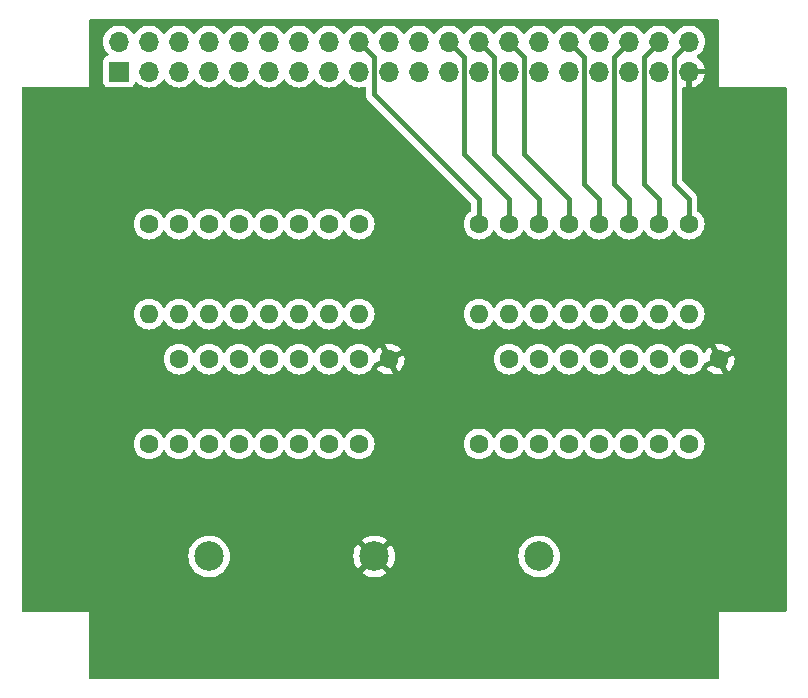
<source format=gtl>
%TF.GenerationSoftware,KiCad,Pcbnew,7.0.8*%
%TF.CreationDate,2024-01-29T19:48:48+09:00*%
%TF.ProjectId,DAC8bit,44414338-6269-4742-9e6b-696361645f70,rev?*%
%TF.SameCoordinates,Original*%
%TF.FileFunction,Copper,L1,Top*%
%TF.FilePolarity,Positive*%
%FSLAX46Y46*%
G04 Gerber Fmt 4.6, Leading zero omitted, Abs format (unit mm)*
G04 Created by KiCad (PCBNEW 7.0.8) date 2024-01-29 19:48:48*
%MOMM*%
%LPD*%
G01*
G04 APERTURE LIST*
G04 Aperture macros list*
%AMHorizOval*
0 Thick line with rounded ends*
0 $1 width*
0 $2 $3 position (X,Y) of the first rounded end (center of the circle)*
0 $4 $5 position (X,Y) of the second rounded end (center of the circle)*
0 Add line between two ends*
20,1,$1,$2,$3,$4,$5,0*
0 Add two circle primitives to create the rounded ends*
1,1,$1,$2,$3*
1,1,$1,$4,$5*%
G04 Aperture macros list end*
%TA.AperFunction,ComponentPad*%
%ADD10C,2.500000*%
%TD*%
%TA.AperFunction,ComponentPad*%
%ADD11C,1.600000*%
%TD*%
%TA.AperFunction,ComponentPad*%
%ADD12HorizOval,1.600000X0.000000X0.000000X0.000000X0.000000X0*%
%TD*%
%TA.AperFunction,ComponentPad*%
%ADD13O,1.600000X1.600000*%
%TD*%
%TA.AperFunction,ComponentPad*%
%ADD14R,1.700000X1.700000*%
%TD*%
%TA.AperFunction,ComponentPad*%
%ADD15O,1.700000X1.700000*%
%TD*%
%TA.AperFunction,Conductor*%
%ADD16C,0.400000*%
%TD*%
%TA.AperFunction,Conductor*%
%ADD17C,0.250000*%
%TD*%
G04 APERTURE END LIST*
D10*
%TO.P,TP3,1,1*%
%TO.N,GND*%
X159210000Y-123502130D03*
%TD*%
D11*
%TO.P,R28,1*%
%TO.N,Net-(R21-Pad2)*%
X178259924Y-106792871D03*
D12*
%TO.P,R28,2*%
%TO.N,Net-(R20-Pad2)*%
X175720077Y-113977130D03*
%TD*%
D11*
%TO.P,R6,1*%
%TO.N,axis_y3*%
X152859924Y-95362871D03*
D13*
%TO.P,R6,2*%
%TO.N,Net-(R13-Pad1)*%
X152859924Y-102982871D03*
%TD*%
D11*
%TO.P,R11,1*%
%TO.N,Net-(R11-Pad1)*%
X147779924Y-106792871D03*
D12*
%TO.P,R11,2*%
%TO.N,Net-(R10-Pad1)*%
X145240077Y-113977130D03*
%TD*%
D11*
%TO.P,R8,1*%
%TO.N,axis_y1*%
X157939924Y-95362871D03*
D13*
%TO.P,R8,2*%
%TO.N,Net-(R15-Pad1)*%
X157939924Y-102982871D03*
%TD*%
D11*
%TO.P,R1,1*%
%TO.N,axis_y8*%
X140159924Y-95362871D03*
D13*
%TO.P,R1,2*%
%TO.N,Net-(R1-Pad2)*%
X140159924Y-102982871D03*
%TD*%
D11*
%TO.P,R24,1*%
%TO.N,axis_x1*%
X185879924Y-95362871D03*
D13*
%TO.P,R24,2*%
%TO.N,Net-(R24-Pad2)*%
X185879924Y-102982871D03*
%TD*%
D11*
%TO.P,R20,1*%
%TO.N,axis_x5*%
X175719924Y-95362871D03*
D13*
%TO.P,R20,2*%
%TO.N,Net-(R20-Pad2)*%
X175719924Y-102982871D03*
%TD*%
D11*
%TO.P,R16,1*%
%TO.N,GND*%
X160479924Y-106792871D03*
D12*
%TO.P,R16,2*%
%TO.N,Net-(R15-Pad1)*%
X157940077Y-113977130D03*
%TD*%
D11*
%TO.P,R7,1*%
%TO.N,axis_y2*%
X155399924Y-95362871D03*
D13*
%TO.P,R7,2*%
%TO.N,Net-(R14-Pad1)*%
X155399924Y-102982871D03*
%TD*%
D11*
%TO.P,R3,1*%
%TO.N,axis_y6*%
X145239924Y-95362871D03*
D13*
%TO.P,R3,2*%
%TO.N,Net-(R10-Pad1)*%
X145239924Y-102982871D03*
%TD*%
D10*
%TO.P,TP2,1,1*%
%TO.N,Net-(R17-Pad2)*%
X173180077Y-123502130D03*
%TD*%
D11*
%TO.P,R27,1*%
%TO.N,Net-(R20-Pad2)*%
X175719924Y-106792871D03*
D12*
%TO.P,R27,2*%
%TO.N,Net-(R19-Pad2)*%
X173180077Y-113977130D03*
%TD*%
D10*
%TO.P,TP1,1,1*%
%TO.N,Net-(R1-Pad2)*%
X145240077Y-123502130D03*
%TD*%
D11*
%TO.P,R23,1*%
%TO.N,axis_x2*%
X183339924Y-95362871D03*
D13*
%TO.P,R23,2*%
%TO.N,Net-(R23-Pad2)*%
X183339924Y-102982871D03*
%TD*%
D11*
%TO.P,R30,1*%
%TO.N,Net-(R23-Pad2)*%
X183339924Y-106792871D03*
D12*
%TO.P,R30,2*%
%TO.N,Net-(R22-Pad2)*%
X180800077Y-113977130D03*
%TD*%
D11*
%TO.P,R9,1*%
%TO.N,Net-(R10-Pad2)*%
X142699924Y-106792871D03*
D12*
%TO.P,R9,2*%
%TO.N,Net-(R1-Pad2)*%
X140160077Y-113977130D03*
%TD*%
D11*
%TO.P,R18,1*%
%TO.N,axis_x7*%
X170639924Y-95362871D03*
D13*
%TO.P,R18,2*%
%TO.N,Net-(R18-Pad2)*%
X170639924Y-102982871D03*
%TD*%
D11*
%TO.P,R4,1*%
%TO.N,axis_y5*%
X147779924Y-95362871D03*
D13*
%TO.P,R4,2*%
%TO.N,Net-(R11-Pad1)*%
X147779924Y-102982871D03*
%TD*%
D11*
%TO.P,R32,1*%
%TO.N,GND*%
X188419924Y-106792871D03*
D12*
%TO.P,R32,2*%
%TO.N,Net-(R24-Pad2)*%
X185880077Y-113977130D03*
%TD*%
D11*
%TO.P,R21,1*%
%TO.N,axis_x4*%
X178259924Y-95362871D03*
D13*
%TO.P,R21,2*%
%TO.N,Net-(R21-Pad2)*%
X178259924Y-102982871D03*
%TD*%
D11*
%TO.P,R5,1*%
%TO.N,axis_y4*%
X150319924Y-95362871D03*
D13*
%TO.P,R5,2*%
%TO.N,Net-(R12-Pad1)*%
X150319924Y-102982871D03*
%TD*%
D11*
%TO.P,R14,1*%
%TO.N,Net-(R14-Pad1)*%
X155399924Y-106792871D03*
D12*
%TO.P,R14,2*%
%TO.N,Net-(R13-Pad1)*%
X152860077Y-113977130D03*
%TD*%
D11*
%TO.P,R15,1*%
%TO.N,Net-(R15-Pad1)*%
X157939924Y-106792871D03*
D12*
%TO.P,R15,2*%
%TO.N,Net-(R14-Pad1)*%
X155400077Y-113977130D03*
%TD*%
D14*
%TO.P,J1,1,Pin_1*%
%TO.N,unconnected-(J1-Pin_1-Pad1)*%
X137620000Y-82445000D03*
D15*
%TO.P,J1,2,Pin_2*%
%TO.N,unconnected-(J1-Pin_2-Pad2)*%
X137620000Y-79905000D03*
%TO.P,J1,3,Pin_3*%
%TO.N,unconnected-(J1-Pin_3-Pad3)*%
X140160000Y-82445000D03*
%TO.P,J1,4,Pin_4*%
%TO.N,unconnected-(J1-Pin_4-Pad4)*%
X140160000Y-79905000D03*
%TO.P,J1,5,Pin_5*%
%TO.N,unconnected-(J1-Pin_5-Pad5)*%
X142700000Y-82445000D03*
%TO.P,J1,6,Pin_6*%
%TO.N,unconnected-(J1-Pin_6-Pad6)*%
X142700000Y-79905000D03*
%TO.P,J1,7,Pin_7*%
%TO.N,unconnected-(J1-Pin_7-Pad7)*%
X145240000Y-82445000D03*
%TO.P,J1,8,Pin_8*%
%TO.N,unconnected-(J1-Pin_8-Pad8)*%
X145240000Y-79905000D03*
%TO.P,J1,9,Pin_9*%
%TO.N,unconnected-(J1-Pin_9-Pad9)*%
X147780000Y-82445000D03*
%TO.P,J1,10,Pin_10*%
%TO.N,unconnected-(J1-Pin_10-Pad10)*%
X147780000Y-79905000D03*
%TO.P,J1,11,Pin_11*%
%TO.N,unconnected-(J1-Pin_11-Pad11)*%
X150320000Y-82445000D03*
%TO.P,J1,12,Pin_12*%
%TO.N,unconnected-(J1-Pin_12-Pad12)*%
X150320000Y-79905000D03*
%TO.P,J1,13,Pin_13*%
%TO.N,unconnected-(J1-Pin_13-Pad13)*%
X152860000Y-82445000D03*
%TO.P,J1,14,Pin_14*%
%TO.N,unconnected-(J1-Pin_14-Pad14)*%
X152860000Y-79905000D03*
%TO.P,J1,15,Pin_15*%
%TO.N,unconnected-(J1-Pin_15-Pad15)*%
X155400000Y-82445000D03*
%TO.P,J1,16,Pin_16*%
%TO.N,unconnected-(J1-Pin_16-Pad16)*%
X155400000Y-79905000D03*
%TO.P,J1,17,Pin_17*%
%TO.N,unconnected-(J1-Pin_17-Pad17)*%
X157940000Y-82445000D03*
%TO.P,J1,18,Pin_18*%
%TO.N,axis_x8*%
X157940000Y-79905000D03*
%TO.P,J1,19,Pin_19*%
%TO.N,axis_y8*%
X160480000Y-82445000D03*
%TO.P,J1,20,Pin_20*%
%TO.N,unconnected-(J1-Pin_20-Pad20)*%
X160480000Y-79905000D03*
%TO.P,J1,21,Pin_21*%
%TO.N,axis_y7*%
X163020000Y-82445000D03*
%TO.P,J1,22,Pin_22*%
%TO.N,unconnected-(J1-Pin_22-Pad22)*%
X163020000Y-79905000D03*
%TO.P,J1,23,Pin_23*%
%TO.N,axis_y6*%
X165560000Y-82445000D03*
%TO.P,J1,24,Pin_24*%
%TO.N,axis_x7*%
X165560000Y-79905000D03*
%TO.P,J1,25,Pin_25*%
%TO.N,unconnected-(J1-Pin_25-Pad25)*%
X168100000Y-82445000D03*
%TO.P,J1,26,Pin_26*%
%TO.N,axis_x6*%
X168100000Y-79905000D03*
%TO.P,J1,27,Pin_27*%
%TO.N,unconnected-(J1-Pin_27-Pad27)*%
X170640000Y-82445000D03*
%TO.P,J1,28,Pin_28*%
%TO.N,axis_x5*%
X170640000Y-79905000D03*
%TO.P,J1,29,Pin_29*%
%TO.N,axis_y5*%
X173180000Y-82445000D03*
%TO.P,J1,30,Pin_30*%
%TO.N,unconnected-(J1-Pin_30-Pad30)*%
X173180000Y-79905000D03*
%TO.P,J1,31,Pin_31*%
%TO.N,axis_y4*%
X175720000Y-82445000D03*
%TO.P,J1,32,Pin_32*%
%TO.N,axis_x4*%
X175720000Y-79905000D03*
%TO.P,J1,33,Pin_33*%
%TO.N,axis_y3*%
X178260000Y-82445000D03*
%TO.P,J1,34,Pin_34*%
%TO.N,unconnected-(J1-Pin_34-Pad34)*%
X178260000Y-79905000D03*
%TO.P,J1,35,Pin_35*%
%TO.N,axis_y2*%
X180800000Y-82445000D03*
%TO.P,J1,36,Pin_36*%
%TO.N,axis_x3*%
X180800000Y-79905000D03*
%TO.P,J1,37,Pin_37*%
%TO.N,axis_y1*%
X183340000Y-82445000D03*
%TO.P,J1,38,Pin_38*%
%TO.N,axis_x2*%
X183340000Y-79905000D03*
%TO.P,J1,39,Pin_39*%
%TO.N,GND*%
X185880000Y-82445000D03*
%TO.P,J1,40,Pin_40*%
%TO.N,axis_x1*%
X185880000Y-79905000D03*
%TD*%
D11*
%TO.P,R31,1*%
%TO.N,Net-(R24-Pad2)*%
X185879924Y-106792871D03*
D12*
%TO.P,R31,2*%
%TO.N,Net-(R23-Pad2)*%
X183340077Y-113977130D03*
%TD*%
D11*
%TO.P,R13,1*%
%TO.N,Net-(R13-Pad1)*%
X152859924Y-106792871D03*
D12*
%TO.P,R13,2*%
%TO.N,Net-(R12-Pad1)*%
X150320077Y-113977130D03*
%TD*%
D11*
%TO.P,R22,1*%
%TO.N,axis_x3*%
X180799924Y-95362871D03*
D13*
%TO.P,R22,2*%
%TO.N,Net-(R22-Pad2)*%
X180799924Y-102982871D03*
%TD*%
D11*
%TO.P,R25,1*%
%TO.N,Net-(R18-Pad2)*%
X170639924Y-106792871D03*
D12*
%TO.P,R25,2*%
%TO.N,Net-(R17-Pad2)*%
X168100077Y-113977130D03*
%TD*%
D11*
%TO.P,R26,1*%
%TO.N,Net-(R19-Pad2)*%
X173179924Y-106792871D03*
D12*
%TO.P,R26,2*%
%TO.N,Net-(R18-Pad2)*%
X170640077Y-113977130D03*
%TD*%
D11*
%TO.P,R19,1*%
%TO.N,axis_x6*%
X173179924Y-95362871D03*
D13*
%TO.P,R19,2*%
%TO.N,Net-(R19-Pad2)*%
X173179924Y-102982871D03*
%TD*%
D11*
%TO.P,R29,1*%
%TO.N,Net-(R22-Pad2)*%
X180799924Y-106792871D03*
D12*
%TO.P,R29,2*%
%TO.N,Net-(R21-Pad2)*%
X178260077Y-113977130D03*
%TD*%
D11*
%TO.P,R2,1*%
%TO.N,axis_y7*%
X142699924Y-95362871D03*
D13*
%TO.P,R2,2*%
%TO.N,Net-(R10-Pad2)*%
X142699924Y-102982871D03*
%TD*%
D11*
%TO.P,R10,1*%
%TO.N,Net-(R10-Pad1)*%
X145239924Y-106792871D03*
D12*
%TO.P,R10,2*%
%TO.N,Net-(R10-Pad2)*%
X142700077Y-113977130D03*
%TD*%
D11*
%TO.P,R17,1*%
%TO.N,axis_x8*%
X168099924Y-95362871D03*
D13*
%TO.P,R17,2*%
%TO.N,Net-(R17-Pad2)*%
X168099924Y-102982871D03*
%TD*%
D11*
%TO.P,R12,1*%
%TO.N,Net-(R12-Pad1)*%
X150319924Y-106792871D03*
D12*
%TO.P,R12,2*%
%TO.N,Net-(R11-Pad1)*%
X147780077Y-113977130D03*
%TD*%
D16*
%TO.N,axis_x6*%
X169370000Y-89430000D02*
X169370000Y-81175000D01*
X169370000Y-81175000D02*
X168100000Y-79905000D01*
X173180000Y-93240000D02*
X169370000Y-89430000D01*
X173179924Y-95362871D02*
X173179924Y-93240076D01*
D17*
X173179924Y-93240076D02*
X173180000Y-93240000D01*
D16*
%TO.N,axis_x5*%
X171910000Y-89430000D02*
X171910000Y-81175000D01*
X175720000Y-93240000D02*
X171910000Y-89430000D01*
X175719924Y-95362871D02*
X175719924Y-93240076D01*
D17*
X175719924Y-93240076D02*
X175720000Y-93240000D01*
D16*
X171910000Y-81175000D02*
X170640000Y-79905000D01*
%TO.N,axis_x4*%
X176990000Y-81175000D02*
X176990000Y-91970000D01*
X176990000Y-91970000D02*
X178259924Y-93239924D01*
X178259924Y-93239924D02*
X178259924Y-95362871D01*
X175720000Y-79905000D02*
X176990000Y-81175000D01*
%TO.N,axis_x3*%
X180800000Y-79905000D02*
X179530000Y-81175000D01*
X179530000Y-91970152D02*
X180799924Y-93240076D01*
X179530000Y-81175000D02*
X179530000Y-91970152D01*
X180799924Y-93240076D02*
X180799924Y-95362871D01*
%TO.N,axis_x2*%
X183339924Y-93240076D02*
X183339924Y-95362871D01*
X183340000Y-79905000D02*
X182070000Y-81175000D01*
X182070000Y-91970152D02*
X183339924Y-93240076D01*
X182070000Y-81175000D02*
X182070000Y-91970152D01*
%TO.N,axis_x1*%
X185880000Y-79905000D02*
X184610000Y-81175000D01*
X184610000Y-81175000D02*
X184610000Y-91970152D01*
X184610000Y-91970152D02*
X185879924Y-93240076D01*
X185879924Y-93240076D02*
X185879924Y-95362871D01*
%TO.N,axis_x7*%
X170639924Y-93239924D02*
X166830000Y-89430000D01*
X166830000Y-81175000D02*
X165560000Y-79905000D01*
X170639924Y-95362871D02*
X170639924Y-93239924D01*
X166830000Y-89430000D02*
X166830000Y-81175000D01*
%TO.N,axis_x8*%
X157940000Y-79905000D02*
X159210000Y-81175000D01*
X159210000Y-81175000D02*
X159210000Y-84350000D01*
X159210000Y-84350000D02*
X168100000Y-93240000D01*
X168100000Y-93240000D02*
X168099924Y-93240076D01*
X168099924Y-93240076D02*
X168099924Y-95362871D01*
%TD*%
%TA.AperFunction,Conductor*%
%TO.N,GND*%
G36*
X188363039Y-78019685D02*
G01*
X188408794Y-78072489D01*
X188420000Y-78124000D01*
X188420000Y-83715000D01*
X194011000Y-83715000D01*
X194078039Y-83734685D01*
X194123794Y-83787489D01*
X194135000Y-83839000D01*
X194135000Y-128041000D01*
X194115315Y-128108039D01*
X194062511Y-128153794D01*
X194011000Y-128165000D01*
X188420000Y-128165000D01*
X188420000Y-133756000D01*
X188400315Y-133823039D01*
X188347511Y-133868794D01*
X188296000Y-133880000D01*
X135204000Y-133880000D01*
X135136961Y-133860315D01*
X135091206Y-133807511D01*
X135080000Y-133756000D01*
X135080000Y-128165000D01*
X129489000Y-128165000D01*
X129421961Y-128145315D01*
X129376206Y-128092511D01*
X129365000Y-128041000D01*
X129365000Y-123502134D01*
X143484669Y-123502134D01*
X143504273Y-123763750D01*
X143504274Y-123763755D01*
X143562653Y-124019532D01*
X143562655Y-124019541D01*
X143562657Y-124019546D01*
X143658509Y-124263773D01*
X143789691Y-124490987D01*
X143921813Y-124656663D01*
X143953275Y-124696115D01*
X144134830Y-124864571D01*
X144145598Y-124874563D01*
X144362373Y-125022358D01*
X144362378Y-125022360D01*
X144362379Y-125022361D01*
X144362380Y-125022362D01*
X144487920Y-125082818D01*
X144598750Y-125136191D01*
X144598751Y-125136191D01*
X144598754Y-125136193D01*
X144849462Y-125213526D01*
X145108895Y-125252630D01*
X145371259Y-125252630D01*
X145630692Y-125213526D01*
X145881400Y-125136193D01*
X146117781Y-125022358D01*
X146334556Y-124874563D01*
X146526882Y-124696111D01*
X146690463Y-124490987D01*
X146821645Y-124263773D01*
X146917497Y-124019546D01*
X146975879Y-123763760D01*
X146975885Y-123763680D01*
X146995485Y-123502134D01*
X157455093Y-123502134D01*
X157474692Y-123763675D01*
X157474693Y-123763680D01*
X157533058Y-124019400D01*
X157628883Y-124263556D01*
X157628882Y-124263556D01*
X157760030Y-124490707D01*
X157807873Y-124550701D01*
X157807874Y-124550701D01*
X158647226Y-123711349D01*
X158685901Y-123804718D01*
X158782075Y-123930055D01*
X158907412Y-124026229D01*
X159000779Y-124064902D01*
X158160831Y-124904850D01*
X158332546Y-125021923D01*
X158332550Y-125021925D01*
X158568854Y-125135724D01*
X158568858Y-125135725D01*
X158819494Y-125213037D01*
X158819500Y-125213039D01*
X159078848Y-125252129D01*
X159078857Y-125252130D01*
X159341143Y-125252130D01*
X159341151Y-125252129D01*
X159600499Y-125213039D01*
X159600505Y-125213037D01*
X159851143Y-125135725D01*
X160087445Y-125021928D01*
X160087456Y-125021921D01*
X160259167Y-124904850D01*
X159419220Y-124064902D01*
X159512588Y-124026229D01*
X159637925Y-123930055D01*
X159734099Y-123804719D01*
X159772773Y-123711350D01*
X160612124Y-124550701D01*
X160659974Y-124490700D01*
X160791116Y-124263556D01*
X160886941Y-124019400D01*
X160945306Y-123763680D01*
X160945307Y-123763675D01*
X160964907Y-123502134D01*
X171424669Y-123502134D01*
X171444273Y-123763750D01*
X171444274Y-123763755D01*
X171502653Y-124019532D01*
X171502655Y-124019541D01*
X171502657Y-124019546D01*
X171598509Y-124263773D01*
X171729691Y-124490987D01*
X171861813Y-124656663D01*
X171893275Y-124696115D01*
X172074830Y-124864571D01*
X172085598Y-124874563D01*
X172302373Y-125022358D01*
X172302378Y-125022360D01*
X172302379Y-125022361D01*
X172302380Y-125022362D01*
X172427920Y-125082818D01*
X172538750Y-125136191D01*
X172538751Y-125136191D01*
X172538754Y-125136193D01*
X172789462Y-125213526D01*
X173048895Y-125252630D01*
X173311259Y-125252630D01*
X173570692Y-125213526D01*
X173821400Y-125136193D01*
X174057781Y-125022358D01*
X174274556Y-124874563D01*
X174466882Y-124696111D01*
X174630463Y-124490987D01*
X174761645Y-124263773D01*
X174857497Y-124019546D01*
X174915879Y-123763760D01*
X174915885Y-123763680D01*
X174935485Y-123502134D01*
X174935485Y-123502125D01*
X174915880Y-123240509D01*
X174915879Y-123240504D01*
X174915879Y-123240500D01*
X174857497Y-122984714D01*
X174761645Y-122740487D01*
X174630463Y-122513273D01*
X174466882Y-122308149D01*
X174466881Y-122308148D01*
X174466878Y-122308144D01*
X174274556Y-122129697D01*
X174230130Y-122099408D01*
X174057781Y-121981902D01*
X174057777Y-121981900D01*
X174057774Y-121981898D01*
X174057773Y-121981897D01*
X173821402Y-121868068D01*
X173821404Y-121868068D01*
X173570700Y-121790736D01*
X173570696Y-121790735D01*
X173570692Y-121790734D01*
X173445900Y-121771924D01*
X173311264Y-121751630D01*
X173311259Y-121751630D01*
X173048895Y-121751630D01*
X173048889Y-121751630D01*
X172887324Y-121775983D01*
X172789462Y-121790734D01*
X172789459Y-121790735D01*
X172789453Y-121790736D01*
X172538750Y-121868068D01*
X172302380Y-121981897D01*
X172302379Y-121981898D01*
X172302373Y-121981901D01*
X172302373Y-121981902D01*
X172276916Y-121999258D01*
X172085597Y-122129697D01*
X171893275Y-122308144D01*
X171729691Y-122513273D01*
X171598509Y-122740486D01*
X171502659Y-122984708D01*
X171502653Y-122984727D01*
X171444274Y-123240504D01*
X171444273Y-123240509D01*
X171424669Y-123502125D01*
X171424669Y-123502134D01*
X160964907Y-123502134D01*
X160964907Y-123502125D01*
X160945307Y-123240584D01*
X160945306Y-123240579D01*
X160886941Y-122984859D01*
X160791116Y-122740703D01*
X160791117Y-122740703D01*
X160659971Y-122513556D01*
X160612125Y-122453557D01*
X159772772Y-123292909D01*
X159734099Y-123199542D01*
X159637925Y-123074205D01*
X159512588Y-122978031D01*
X159419219Y-122939356D01*
X160259167Y-122099408D01*
X160087447Y-121982332D01*
X160087445Y-121982331D01*
X159851142Y-121868534D01*
X159851144Y-121868534D01*
X159600505Y-121791222D01*
X159600499Y-121791220D01*
X159341151Y-121752130D01*
X159078848Y-121752130D01*
X158819500Y-121791220D01*
X158819494Y-121791222D01*
X158568858Y-121868534D01*
X158568854Y-121868535D01*
X158332550Y-121982334D01*
X158332546Y-121982336D01*
X158160832Y-122099408D01*
X159000780Y-122939356D01*
X158907412Y-122978031D01*
X158782075Y-123074205D01*
X158685901Y-123199541D01*
X158647226Y-123292910D01*
X157807873Y-122453557D01*
X157760029Y-122513553D01*
X157628883Y-122740703D01*
X157533058Y-122984859D01*
X157474693Y-123240579D01*
X157474692Y-123240584D01*
X157455093Y-123502125D01*
X157455093Y-123502134D01*
X146995485Y-123502134D01*
X146995485Y-123502125D01*
X146975880Y-123240509D01*
X146975879Y-123240504D01*
X146975879Y-123240500D01*
X146917497Y-122984714D01*
X146821645Y-122740487D01*
X146690463Y-122513273D01*
X146526882Y-122308149D01*
X146526881Y-122308148D01*
X146526878Y-122308144D01*
X146334556Y-122129697D01*
X146290130Y-122099408D01*
X146117781Y-121981902D01*
X146117777Y-121981900D01*
X146117774Y-121981898D01*
X146117773Y-121981897D01*
X145881402Y-121868068D01*
X145881404Y-121868068D01*
X145630700Y-121790736D01*
X145630696Y-121790735D01*
X145630692Y-121790734D01*
X145505900Y-121771924D01*
X145371264Y-121751630D01*
X145371259Y-121751630D01*
X145108895Y-121751630D01*
X145108889Y-121751630D01*
X144947324Y-121775983D01*
X144849462Y-121790734D01*
X144849459Y-121790735D01*
X144849453Y-121790736D01*
X144598750Y-121868068D01*
X144362380Y-121981897D01*
X144362379Y-121981898D01*
X144362373Y-121981901D01*
X144362373Y-121981902D01*
X144336916Y-121999258D01*
X144145597Y-122129697D01*
X143953275Y-122308144D01*
X143789691Y-122513273D01*
X143658509Y-122740486D01*
X143562659Y-122984708D01*
X143562653Y-122984727D01*
X143504274Y-123240504D01*
X143504273Y-123240509D01*
X143484669Y-123502125D01*
X143484669Y-123502134D01*
X129365000Y-123502134D01*
X129365000Y-113977131D01*
X138854609Y-113977131D01*
X138874441Y-114203816D01*
X138874443Y-114203827D01*
X138933335Y-114423618D01*
X138933338Y-114423627D01*
X139029508Y-114629862D01*
X139029509Y-114629864D01*
X139160031Y-114816271D01*
X139320935Y-114977175D01*
X139320938Y-114977177D01*
X139507343Y-115107698D01*
X139713581Y-115203869D01*
X139933385Y-115262765D01*
X140095307Y-115276931D01*
X140160075Y-115282598D01*
X140160077Y-115282598D01*
X140160079Y-115282598D01*
X140216750Y-115277639D01*
X140386769Y-115262765D01*
X140606573Y-115203869D01*
X140812811Y-115107698D01*
X140999216Y-114977177D01*
X141160124Y-114816269D01*
X141290645Y-114629864D01*
X141317695Y-114571854D01*
X141363867Y-114519415D01*
X141431060Y-114500263D01*
X141497942Y-114520478D01*
X141542459Y-114571855D01*
X141569506Y-114629858D01*
X141569509Y-114629864D01*
X141700031Y-114816271D01*
X141860935Y-114977175D01*
X141860938Y-114977177D01*
X142047343Y-115107698D01*
X142253581Y-115203869D01*
X142473385Y-115262765D01*
X142635307Y-115276931D01*
X142700075Y-115282598D01*
X142700077Y-115282598D01*
X142700079Y-115282598D01*
X142756750Y-115277639D01*
X142926769Y-115262765D01*
X143146573Y-115203869D01*
X143352811Y-115107698D01*
X143539216Y-114977177D01*
X143700124Y-114816269D01*
X143830645Y-114629864D01*
X143857695Y-114571854D01*
X143903867Y-114519415D01*
X143971060Y-114500263D01*
X144037942Y-114520478D01*
X144082459Y-114571855D01*
X144109506Y-114629858D01*
X144109509Y-114629864D01*
X144240031Y-114816271D01*
X144400935Y-114977175D01*
X144400938Y-114977177D01*
X144587343Y-115107698D01*
X144793581Y-115203869D01*
X145013385Y-115262765D01*
X145175307Y-115276931D01*
X145240075Y-115282598D01*
X145240077Y-115282598D01*
X145240079Y-115282598D01*
X145296750Y-115277639D01*
X145466769Y-115262765D01*
X145686573Y-115203869D01*
X145892811Y-115107698D01*
X146079216Y-114977177D01*
X146240124Y-114816269D01*
X146370645Y-114629864D01*
X146397695Y-114571854D01*
X146443867Y-114519415D01*
X146511060Y-114500263D01*
X146577942Y-114520478D01*
X146622459Y-114571855D01*
X146649506Y-114629858D01*
X146649509Y-114629864D01*
X146780031Y-114816271D01*
X146940935Y-114977175D01*
X146940938Y-114977177D01*
X147127343Y-115107698D01*
X147333581Y-115203869D01*
X147553385Y-115262765D01*
X147715307Y-115276931D01*
X147780075Y-115282598D01*
X147780077Y-115282598D01*
X147780079Y-115282598D01*
X147836750Y-115277639D01*
X148006769Y-115262765D01*
X148226573Y-115203869D01*
X148432811Y-115107698D01*
X148619216Y-114977177D01*
X148780124Y-114816269D01*
X148910645Y-114629864D01*
X148937695Y-114571854D01*
X148983867Y-114519415D01*
X149051060Y-114500263D01*
X149117942Y-114520478D01*
X149162459Y-114571855D01*
X149189506Y-114629858D01*
X149189509Y-114629864D01*
X149320031Y-114816271D01*
X149480935Y-114977175D01*
X149480938Y-114977177D01*
X149667343Y-115107698D01*
X149873581Y-115203869D01*
X150093385Y-115262765D01*
X150255307Y-115276931D01*
X150320075Y-115282598D01*
X150320077Y-115282598D01*
X150320079Y-115282598D01*
X150376750Y-115277639D01*
X150546769Y-115262765D01*
X150766573Y-115203869D01*
X150972811Y-115107698D01*
X151159216Y-114977177D01*
X151320124Y-114816269D01*
X151450645Y-114629864D01*
X151477695Y-114571854D01*
X151523867Y-114519415D01*
X151591060Y-114500263D01*
X151657942Y-114520478D01*
X151702459Y-114571855D01*
X151729506Y-114629858D01*
X151729509Y-114629864D01*
X151860031Y-114816271D01*
X152020935Y-114977175D01*
X152020938Y-114977177D01*
X152207343Y-115107698D01*
X152413581Y-115203869D01*
X152633385Y-115262765D01*
X152795307Y-115276931D01*
X152860075Y-115282598D01*
X152860077Y-115282598D01*
X152860079Y-115282598D01*
X152916750Y-115277639D01*
X153086769Y-115262765D01*
X153306573Y-115203869D01*
X153512811Y-115107698D01*
X153699216Y-114977177D01*
X153860124Y-114816269D01*
X153990645Y-114629864D01*
X154017695Y-114571854D01*
X154063867Y-114519415D01*
X154131060Y-114500263D01*
X154197942Y-114520478D01*
X154242459Y-114571855D01*
X154269506Y-114629858D01*
X154269509Y-114629864D01*
X154400031Y-114816271D01*
X154560935Y-114977175D01*
X154560938Y-114977177D01*
X154747343Y-115107698D01*
X154953581Y-115203869D01*
X155173385Y-115262765D01*
X155335307Y-115276931D01*
X155400075Y-115282598D01*
X155400077Y-115282598D01*
X155400079Y-115282598D01*
X155456750Y-115277639D01*
X155626769Y-115262765D01*
X155846573Y-115203869D01*
X156052811Y-115107698D01*
X156239216Y-114977177D01*
X156400124Y-114816269D01*
X156530645Y-114629864D01*
X156557695Y-114571854D01*
X156603867Y-114519415D01*
X156671060Y-114500263D01*
X156737942Y-114520478D01*
X156782459Y-114571855D01*
X156809506Y-114629858D01*
X156809509Y-114629864D01*
X156940031Y-114816271D01*
X157100935Y-114977175D01*
X157100938Y-114977177D01*
X157287343Y-115107698D01*
X157493581Y-115203869D01*
X157713385Y-115262765D01*
X157875307Y-115276931D01*
X157940075Y-115282598D01*
X157940077Y-115282598D01*
X157940079Y-115282598D01*
X157996750Y-115277639D01*
X158166769Y-115262765D01*
X158386573Y-115203869D01*
X158592811Y-115107698D01*
X158779216Y-114977177D01*
X158940124Y-114816269D01*
X159070645Y-114629864D01*
X159166816Y-114423626D01*
X159225712Y-114203822D01*
X159245545Y-113977131D01*
X166794609Y-113977131D01*
X166814441Y-114203816D01*
X166814443Y-114203827D01*
X166873335Y-114423618D01*
X166873338Y-114423627D01*
X166969508Y-114629862D01*
X166969509Y-114629864D01*
X167100031Y-114816271D01*
X167260935Y-114977175D01*
X167260938Y-114977177D01*
X167447343Y-115107698D01*
X167653581Y-115203869D01*
X167873385Y-115262765D01*
X168035307Y-115276931D01*
X168100075Y-115282598D01*
X168100077Y-115282598D01*
X168100079Y-115282598D01*
X168156750Y-115277639D01*
X168326769Y-115262765D01*
X168546573Y-115203869D01*
X168752811Y-115107698D01*
X168939216Y-114977177D01*
X169100124Y-114816269D01*
X169230645Y-114629864D01*
X169257695Y-114571854D01*
X169303867Y-114519415D01*
X169371060Y-114500263D01*
X169437942Y-114520478D01*
X169482459Y-114571855D01*
X169509506Y-114629858D01*
X169509509Y-114629864D01*
X169640031Y-114816271D01*
X169800935Y-114977175D01*
X169800938Y-114977177D01*
X169987343Y-115107698D01*
X170193581Y-115203869D01*
X170413385Y-115262765D01*
X170575307Y-115276931D01*
X170640075Y-115282598D01*
X170640077Y-115282598D01*
X170640079Y-115282598D01*
X170696750Y-115277639D01*
X170866769Y-115262765D01*
X171086573Y-115203869D01*
X171292811Y-115107698D01*
X171479216Y-114977177D01*
X171640124Y-114816269D01*
X171770645Y-114629864D01*
X171797695Y-114571854D01*
X171843867Y-114519415D01*
X171911060Y-114500263D01*
X171977942Y-114520478D01*
X172022459Y-114571855D01*
X172049506Y-114629858D01*
X172049509Y-114629864D01*
X172180031Y-114816271D01*
X172340935Y-114977175D01*
X172340938Y-114977177D01*
X172527343Y-115107698D01*
X172733581Y-115203869D01*
X172953385Y-115262765D01*
X173115307Y-115276931D01*
X173180075Y-115282598D01*
X173180077Y-115282598D01*
X173180079Y-115282598D01*
X173236750Y-115277639D01*
X173406769Y-115262765D01*
X173626573Y-115203869D01*
X173832811Y-115107698D01*
X174019216Y-114977177D01*
X174180124Y-114816269D01*
X174310645Y-114629864D01*
X174337695Y-114571854D01*
X174383867Y-114519415D01*
X174451060Y-114500263D01*
X174517942Y-114520478D01*
X174562459Y-114571855D01*
X174589506Y-114629858D01*
X174589509Y-114629864D01*
X174720031Y-114816271D01*
X174880935Y-114977175D01*
X174880938Y-114977177D01*
X175067343Y-115107698D01*
X175273581Y-115203869D01*
X175493385Y-115262765D01*
X175655307Y-115276931D01*
X175720075Y-115282598D01*
X175720077Y-115282598D01*
X175720079Y-115282598D01*
X175776750Y-115277639D01*
X175946769Y-115262765D01*
X176166573Y-115203869D01*
X176372811Y-115107698D01*
X176559216Y-114977177D01*
X176720124Y-114816269D01*
X176850645Y-114629864D01*
X176877695Y-114571854D01*
X176923867Y-114519415D01*
X176991060Y-114500263D01*
X177057942Y-114520478D01*
X177102459Y-114571855D01*
X177129506Y-114629858D01*
X177129509Y-114629864D01*
X177260031Y-114816271D01*
X177420935Y-114977175D01*
X177420938Y-114977177D01*
X177607343Y-115107698D01*
X177813581Y-115203869D01*
X178033385Y-115262765D01*
X178195307Y-115276931D01*
X178260075Y-115282598D01*
X178260077Y-115282598D01*
X178260079Y-115282598D01*
X178316750Y-115277639D01*
X178486769Y-115262765D01*
X178706573Y-115203869D01*
X178912811Y-115107698D01*
X179099216Y-114977177D01*
X179260124Y-114816269D01*
X179390645Y-114629864D01*
X179417695Y-114571854D01*
X179463867Y-114519415D01*
X179531060Y-114500263D01*
X179597942Y-114520478D01*
X179642459Y-114571855D01*
X179669506Y-114629858D01*
X179669509Y-114629864D01*
X179800031Y-114816271D01*
X179960935Y-114977175D01*
X179960938Y-114977177D01*
X180147343Y-115107698D01*
X180353581Y-115203869D01*
X180573385Y-115262765D01*
X180735307Y-115276931D01*
X180800075Y-115282598D01*
X180800077Y-115282598D01*
X180800079Y-115282598D01*
X180856750Y-115277639D01*
X181026769Y-115262765D01*
X181246573Y-115203869D01*
X181452811Y-115107698D01*
X181639216Y-114977177D01*
X181800124Y-114816269D01*
X181930645Y-114629864D01*
X181957695Y-114571854D01*
X182003867Y-114519415D01*
X182071060Y-114500263D01*
X182137942Y-114520478D01*
X182182459Y-114571855D01*
X182209506Y-114629858D01*
X182209509Y-114629864D01*
X182340031Y-114816271D01*
X182500935Y-114977175D01*
X182500938Y-114977177D01*
X182687343Y-115107698D01*
X182893581Y-115203869D01*
X183113385Y-115262765D01*
X183275307Y-115276931D01*
X183340075Y-115282598D01*
X183340077Y-115282598D01*
X183340079Y-115282598D01*
X183396750Y-115277639D01*
X183566769Y-115262765D01*
X183786573Y-115203869D01*
X183992811Y-115107698D01*
X184179216Y-114977177D01*
X184340124Y-114816269D01*
X184470645Y-114629864D01*
X184497695Y-114571854D01*
X184543867Y-114519415D01*
X184611060Y-114500263D01*
X184677942Y-114520478D01*
X184722459Y-114571855D01*
X184749506Y-114629858D01*
X184749509Y-114629864D01*
X184880031Y-114816271D01*
X185040935Y-114977175D01*
X185040938Y-114977177D01*
X185227343Y-115107698D01*
X185433581Y-115203869D01*
X185653385Y-115262765D01*
X185815307Y-115276931D01*
X185880075Y-115282598D01*
X185880077Y-115282598D01*
X185880079Y-115282598D01*
X185936750Y-115277639D01*
X186106769Y-115262765D01*
X186326573Y-115203869D01*
X186532811Y-115107698D01*
X186719216Y-114977177D01*
X186880124Y-114816269D01*
X187010645Y-114629864D01*
X187106816Y-114423626D01*
X187165712Y-114203822D01*
X187185545Y-113977130D01*
X187165712Y-113750438D01*
X187106816Y-113530634D01*
X187010645Y-113324396D01*
X186880124Y-113137991D01*
X186880122Y-113137988D01*
X186719218Y-112977084D01*
X186532811Y-112846562D01*
X186532809Y-112846561D01*
X186326574Y-112750391D01*
X186326565Y-112750388D01*
X186106774Y-112691496D01*
X186106770Y-112691495D01*
X186106769Y-112691495D01*
X186106768Y-112691494D01*
X186106763Y-112691494D01*
X185880079Y-112671662D01*
X185880075Y-112671662D01*
X185653390Y-112691494D01*
X185653379Y-112691496D01*
X185433588Y-112750388D01*
X185433579Y-112750391D01*
X185227344Y-112846561D01*
X185227342Y-112846562D01*
X185040935Y-112977084D01*
X184880031Y-113137988D01*
X184749509Y-113324395D01*
X184749508Y-113324397D01*
X184722459Y-113382405D01*
X184676286Y-113434844D01*
X184609093Y-113453996D01*
X184542212Y-113433780D01*
X184497695Y-113382405D01*
X184470645Y-113324397D01*
X184470644Y-113324395D01*
X184340122Y-113137988D01*
X184179218Y-112977084D01*
X183992811Y-112846562D01*
X183992809Y-112846561D01*
X183786574Y-112750391D01*
X183786565Y-112750388D01*
X183566774Y-112691496D01*
X183566770Y-112691495D01*
X183566769Y-112691495D01*
X183566768Y-112691494D01*
X183566763Y-112691494D01*
X183340079Y-112671662D01*
X183340075Y-112671662D01*
X183113390Y-112691494D01*
X183113379Y-112691496D01*
X182893588Y-112750388D01*
X182893579Y-112750391D01*
X182687344Y-112846561D01*
X182687342Y-112846562D01*
X182500935Y-112977084D01*
X182340031Y-113137988D01*
X182209509Y-113324395D01*
X182209508Y-113324397D01*
X182182459Y-113382405D01*
X182136286Y-113434844D01*
X182069093Y-113453996D01*
X182002212Y-113433780D01*
X181957695Y-113382405D01*
X181930645Y-113324397D01*
X181930644Y-113324395D01*
X181800122Y-113137988D01*
X181639218Y-112977084D01*
X181452811Y-112846562D01*
X181452809Y-112846561D01*
X181246574Y-112750391D01*
X181246565Y-112750388D01*
X181026774Y-112691496D01*
X181026770Y-112691495D01*
X181026769Y-112691495D01*
X181026768Y-112691494D01*
X181026763Y-112691494D01*
X180800079Y-112671662D01*
X180800075Y-112671662D01*
X180573390Y-112691494D01*
X180573379Y-112691496D01*
X180353588Y-112750388D01*
X180353579Y-112750391D01*
X180147344Y-112846561D01*
X180147342Y-112846562D01*
X179960935Y-112977084D01*
X179800031Y-113137988D01*
X179669509Y-113324395D01*
X179669508Y-113324397D01*
X179642459Y-113382405D01*
X179596286Y-113434844D01*
X179529093Y-113453996D01*
X179462212Y-113433780D01*
X179417695Y-113382405D01*
X179390645Y-113324397D01*
X179390644Y-113324395D01*
X179260122Y-113137988D01*
X179099218Y-112977084D01*
X178912811Y-112846562D01*
X178912809Y-112846561D01*
X178706574Y-112750391D01*
X178706565Y-112750388D01*
X178486774Y-112691496D01*
X178486770Y-112691495D01*
X178486769Y-112691495D01*
X178486768Y-112691494D01*
X178486763Y-112691494D01*
X178260079Y-112671662D01*
X178260075Y-112671662D01*
X178033390Y-112691494D01*
X178033379Y-112691496D01*
X177813588Y-112750388D01*
X177813579Y-112750391D01*
X177607344Y-112846561D01*
X177607342Y-112846562D01*
X177420935Y-112977084D01*
X177260031Y-113137988D01*
X177129509Y-113324395D01*
X177129508Y-113324397D01*
X177102459Y-113382405D01*
X177056286Y-113434844D01*
X176989093Y-113453996D01*
X176922212Y-113433780D01*
X176877695Y-113382405D01*
X176850645Y-113324397D01*
X176850644Y-113324395D01*
X176720122Y-113137988D01*
X176559218Y-112977084D01*
X176372811Y-112846562D01*
X176372809Y-112846561D01*
X176166574Y-112750391D01*
X176166565Y-112750388D01*
X175946774Y-112691496D01*
X175946770Y-112691495D01*
X175946769Y-112691495D01*
X175946768Y-112691494D01*
X175946763Y-112691494D01*
X175720079Y-112671662D01*
X175720075Y-112671662D01*
X175493390Y-112691494D01*
X175493379Y-112691496D01*
X175273588Y-112750388D01*
X175273579Y-112750391D01*
X175067344Y-112846561D01*
X175067342Y-112846562D01*
X174880935Y-112977084D01*
X174720031Y-113137988D01*
X174589509Y-113324395D01*
X174589508Y-113324397D01*
X174562459Y-113382405D01*
X174516286Y-113434844D01*
X174449093Y-113453996D01*
X174382212Y-113433780D01*
X174337695Y-113382405D01*
X174310645Y-113324397D01*
X174310644Y-113324395D01*
X174180122Y-113137988D01*
X174019218Y-112977084D01*
X173832811Y-112846562D01*
X173832809Y-112846561D01*
X173626574Y-112750391D01*
X173626565Y-112750388D01*
X173406774Y-112691496D01*
X173406770Y-112691495D01*
X173406769Y-112691495D01*
X173406768Y-112691494D01*
X173406763Y-112691494D01*
X173180079Y-112671662D01*
X173180075Y-112671662D01*
X172953390Y-112691494D01*
X172953379Y-112691496D01*
X172733588Y-112750388D01*
X172733579Y-112750391D01*
X172527344Y-112846561D01*
X172527342Y-112846562D01*
X172340935Y-112977084D01*
X172180031Y-113137988D01*
X172049509Y-113324395D01*
X172049508Y-113324397D01*
X172022459Y-113382405D01*
X171976286Y-113434844D01*
X171909093Y-113453996D01*
X171842212Y-113433780D01*
X171797695Y-113382405D01*
X171770645Y-113324397D01*
X171770644Y-113324395D01*
X171640122Y-113137988D01*
X171479218Y-112977084D01*
X171292811Y-112846562D01*
X171292809Y-112846561D01*
X171086574Y-112750391D01*
X171086565Y-112750388D01*
X170866774Y-112691496D01*
X170866770Y-112691495D01*
X170866769Y-112691495D01*
X170866768Y-112691494D01*
X170866763Y-112691494D01*
X170640079Y-112671662D01*
X170640075Y-112671662D01*
X170413390Y-112691494D01*
X170413379Y-112691496D01*
X170193588Y-112750388D01*
X170193579Y-112750391D01*
X169987344Y-112846561D01*
X169987342Y-112846562D01*
X169800935Y-112977084D01*
X169640031Y-113137988D01*
X169509509Y-113324395D01*
X169509508Y-113324397D01*
X169482459Y-113382405D01*
X169436286Y-113434844D01*
X169369093Y-113453996D01*
X169302212Y-113433780D01*
X169257695Y-113382405D01*
X169230645Y-113324397D01*
X169230644Y-113324395D01*
X169100122Y-113137988D01*
X168939218Y-112977084D01*
X168752811Y-112846562D01*
X168752809Y-112846561D01*
X168546574Y-112750391D01*
X168546565Y-112750388D01*
X168326774Y-112691496D01*
X168326770Y-112691495D01*
X168326769Y-112691495D01*
X168326768Y-112691494D01*
X168326763Y-112691494D01*
X168100079Y-112671662D01*
X168100075Y-112671662D01*
X167873390Y-112691494D01*
X167873379Y-112691496D01*
X167653588Y-112750388D01*
X167653579Y-112750391D01*
X167447344Y-112846561D01*
X167447342Y-112846562D01*
X167260935Y-112977084D01*
X167100031Y-113137988D01*
X166969509Y-113324395D01*
X166969508Y-113324397D01*
X166873338Y-113530632D01*
X166873335Y-113530641D01*
X166814443Y-113750432D01*
X166814441Y-113750443D01*
X166794609Y-113977128D01*
X166794609Y-113977131D01*
X159245545Y-113977131D01*
X159245545Y-113977130D01*
X159225712Y-113750438D01*
X159166816Y-113530634D01*
X159070645Y-113324396D01*
X158940124Y-113137991D01*
X158940122Y-113137988D01*
X158779218Y-112977084D01*
X158592811Y-112846562D01*
X158592809Y-112846561D01*
X158386574Y-112750391D01*
X158386565Y-112750388D01*
X158166774Y-112691496D01*
X158166770Y-112691495D01*
X158166769Y-112691495D01*
X158166768Y-112691494D01*
X158166763Y-112691494D01*
X157940079Y-112671662D01*
X157940075Y-112671662D01*
X157713390Y-112691494D01*
X157713379Y-112691496D01*
X157493588Y-112750388D01*
X157493579Y-112750391D01*
X157287344Y-112846561D01*
X157287342Y-112846562D01*
X157100935Y-112977084D01*
X156940031Y-113137988D01*
X156809509Y-113324395D01*
X156809508Y-113324397D01*
X156782459Y-113382405D01*
X156736286Y-113434844D01*
X156669093Y-113453996D01*
X156602212Y-113433780D01*
X156557695Y-113382405D01*
X156530645Y-113324397D01*
X156530644Y-113324395D01*
X156400122Y-113137988D01*
X156239218Y-112977084D01*
X156052811Y-112846562D01*
X156052809Y-112846561D01*
X155846574Y-112750391D01*
X155846565Y-112750388D01*
X155626774Y-112691496D01*
X155626770Y-112691495D01*
X155626769Y-112691495D01*
X155626768Y-112691494D01*
X155626763Y-112691494D01*
X155400079Y-112671662D01*
X155400075Y-112671662D01*
X155173390Y-112691494D01*
X155173379Y-112691496D01*
X154953588Y-112750388D01*
X154953579Y-112750391D01*
X154747344Y-112846561D01*
X154747342Y-112846562D01*
X154560935Y-112977084D01*
X154400031Y-113137988D01*
X154269509Y-113324395D01*
X154269508Y-113324397D01*
X154242459Y-113382405D01*
X154196286Y-113434844D01*
X154129093Y-113453996D01*
X154062212Y-113433780D01*
X154017695Y-113382405D01*
X153990645Y-113324397D01*
X153990644Y-113324395D01*
X153860122Y-113137988D01*
X153699218Y-112977084D01*
X153512811Y-112846562D01*
X153512809Y-112846561D01*
X153306574Y-112750391D01*
X153306565Y-112750388D01*
X153086774Y-112691496D01*
X153086770Y-112691495D01*
X153086769Y-112691495D01*
X153086768Y-112691494D01*
X153086763Y-112691494D01*
X152860079Y-112671662D01*
X152860075Y-112671662D01*
X152633390Y-112691494D01*
X152633379Y-112691496D01*
X152413588Y-112750388D01*
X152413579Y-112750391D01*
X152207344Y-112846561D01*
X152207342Y-112846562D01*
X152020935Y-112977084D01*
X151860031Y-113137988D01*
X151729509Y-113324395D01*
X151729508Y-113324397D01*
X151702459Y-113382405D01*
X151656286Y-113434844D01*
X151589093Y-113453996D01*
X151522212Y-113433780D01*
X151477695Y-113382405D01*
X151450645Y-113324397D01*
X151450644Y-113324395D01*
X151320122Y-113137988D01*
X151159218Y-112977084D01*
X150972811Y-112846562D01*
X150972809Y-112846561D01*
X150766574Y-112750391D01*
X150766565Y-112750388D01*
X150546774Y-112691496D01*
X150546770Y-112691495D01*
X150546769Y-112691495D01*
X150546768Y-112691494D01*
X150546763Y-112691494D01*
X150320079Y-112671662D01*
X150320075Y-112671662D01*
X150093390Y-112691494D01*
X150093379Y-112691496D01*
X149873588Y-112750388D01*
X149873579Y-112750391D01*
X149667344Y-112846561D01*
X149667342Y-112846562D01*
X149480935Y-112977084D01*
X149320031Y-113137988D01*
X149189509Y-113324395D01*
X149189508Y-113324397D01*
X149162459Y-113382405D01*
X149116286Y-113434844D01*
X149049093Y-113453996D01*
X148982212Y-113433780D01*
X148937695Y-113382405D01*
X148910645Y-113324397D01*
X148910644Y-113324395D01*
X148780122Y-113137988D01*
X148619218Y-112977084D01*
X148432811Y-112846562D01*
X148432809Y-112846561D01*
X148226574Y-112750391D01*
X148226565Y-112750388D01*
X148006774Y-112691496D01*
X148006770Y-112691495D01*
X148006769Y-112691495D01*
X148006768Y-112691494D01*
X148006763Y-112691494D01*
X147780079Y-112671662D01*
X147780075Y-112671662D01*
X147553390Y-112691494D01*
X147553379Y-112691496D01*
X147333588Y-112750388D01*
X147333579Y-112750391D01*
X147127344Y-112846561D01*
X147127342Y-112846562D01*
X146940935Y-112977084D01*
X146780031Y-113137988D01*
X146649509Y-113324395D01*
X146649508Y-113324397D01*
X146622459Y-113382405D01*
X146576286Y-113434844D01*
X146509093Y-113453996D01*
X146442212Y-113433780D01*
X146397695Y-113382405D01*
X146370645Y-113324397D01*
X146370644Y-113324395D01*
X146240122Y-113137988D01*
X146079218Y-112977084D01*
X145892811Y-112846562D01*
X145892809Y-112846561D01*
X145686574Y-112750391D01*
X145686565Y-112750388D01*
X145466774Y-112691496D01*
X145466770Y-112691495D01*
X145466769Y-112691495D01*
X145466768Y-112691494D01*
X145466763Y-112691494D01*
X145240079Y-112671662D01*
X145240075Y-112671662D01*
X145013390Y-112691494D01*
X145013379Y-112691496D01*
X144793588Y-112750388D01*
X144793579Y-112750391D01*
X144587344Y-112846561D01*
X144587342Y-112846562D01*
X144400935Y-112977084D01*
X144240031Y-113137988D01*
X144109509Y-113324395D01*
X144109508Y-113324397D01*
X144082459Y-113382405D01*
X144036286Y-113434844D01*
X143969093Y-113453996D01*
X143902212Y-113433780D01*
X143857695Y-113382405D01*
X143830645Y-113324397D01*
X143830644Y-113324395D01*
X143700122Y-113137988D01*
X143539218Y-112977084D01*
X143352811Y-112846562D01*
X143352809Y-112846561D01*
X143146574Y-112750391D01*
X143146565Y-112750388D01*
X142926774Y-112691496D01*
X142926770Y-112691495D01*
X142926769Y-112691495D01*
X142926768Y-112691494D01*
X142926763Y-112691494D01*
X142700079Y-112671662D01*
X142700075Y-112671662D01*
X142473390Y-112691494D01*
X142473379Y-112691496D01*
X142253588Y-112750388D01*
X142253579Y-112750391D01*
X142047344Y-112846561D01*
X142047342Y-112846562D01*
X141860935Y-112977084D01*
X141700031Y-113137988D01*
X141569509Y-113324395D01*
X141569508Y-113324397D01*
X141542459Y-113382405D01*
X141496286Y-113434844D01*
X141429093Y-113453996D01*
X141362212Y-113433780D01*
X141317695Y-113382405D01*
X141290645Y-113324397D01*
X141290644Y-113324395D01*
X141160122Y-113137988D01*
X140999218Y-112977084D01*
X140812811Y-112846562D01*
X140812809Y-112846561D01*
X140606574Y-112750391D01*
X140606565Y-112750388D01*
X140386774Y-112691496D01*
X140386770Y-112691495D01*
X140386769Y-112691495D01*
X140386768Y-112691494D01*
X140386763Y-112691494D01*
X140160079Y-112671662D01*
X140160075Y-112671662D01*
X139933390Y-112691494D01*
X139933379Y-112691496D01*
X139713588Y-112750388D01*
X139713579Y-112750391D01*
X139507344Y-112846561D01*
X139507342Y-112846562D01*
X139320935Y-112977084D01*
X139160031Y-113137988D01*
X139029509Y-113324395D01*
X139029508Y-113324397D01*
X138933338Y-113530632D01*
X138933335Y-113530641D01*
X138874443Y-113750432D01*
X138874441Y-113750443D01*
X138854609Y-113977128D01*
X138854609Y-113977131D01*
X129365000Y-113977131D01*
X129365000Y-106792872D01*
X141394456Y-106792872D01*
X141414288Y-107019557D01*
X141414290Y-107019568D01*
X141473182Y-107239359D01*
X141473185Y-107239368D01*
X141569355Y-107445603D01*
X141569356Y-107445605D01*
X141699878Y-107632012D01*
X141860782Y-107792916D01*
X141860785Y-107792918D01*
X142047190Y-107923439D01*
X142253428Y-108019610D01*
X142473232Y-108078506D01*
X142635154Y-108092672D01*
X142699922Y-108098339D01*
X142699924Y-108098339D01*
X142699926Y-108098339D01*
X142756597Y-108093380D01*
X142926616Y-108078506D01*
X143146420Y-108019610D01*
X143352658Y-107923439D01*
X143539063Y-107792918D01*
X143699971Y-107632010D01*
X143830492Y-107445605D01*
X143857542Y-107387595D01*
X143903714Y-107335156D01*
X143970907Y-107316004D01*
X144037789Y-107336219D01*
X144082306Y-107387596D01*
X144109353Y-107445599D01*
X144109356Y-107445605D01*
X144239878Y-107632012D01*
X144400782Y-107792916D01*
X144400785Y-107792918D01*
X144587190Y-107923439D01*
X144793428Y-108019610D01*
X145013232Y-108078506D01*
X145175154Y-108092672D01*
X145239922Y-108098339D01*
X145239924Y-108098339D01*
X145239926Y-108098339D01*
X145296597Y-108093380D01*
X145466616Y-108078506D01*
X145686420Y-108019610D01*
X145892658Y-107923439D01*
X146079063Y-107792918D01*
X146239971Y-107632010D01*
X146370492Y-107445605D01*
X146397542Y-107387595D01*
X146443714Y-107335156D01*
X146510907Y-107316004D01*
X146577789Y-107336219D01*
X146622306Y-107387596D01*
X146649353Y-107445599D01*
X146649356Y-107445605D01*
X146779878Y-107632012D01*
X146940782Y-107792916D01*
X146940785Y-107792918D01*
X147127190Y-107923439D01*
X147333428Y-108019610D01*
X147553232Y-108078506D01*
X147715154Y-108092672D01*
X147779922Y-108098339D01*
X147779924Y-108098339D01*
X147779926Y-108098339D01*
X147836597Y-108093380D01*
X148006616Y-108078506D01*
X148226420Y-108019610D01*
X148432658Y-107923439D01*
X148619063Y-107792918D01*
X148779971Y-107632010D01*
X148910492Y-107445605D01*
X148937542Y-107387595D01*
X148983714Y-107335156D01*
X149050907Y-107316004D01*
X149117789Y-107336219D01*
X149162306Y-107387596D01*
X149189353Y-107445599D01*
X149189356Y-107445605D01*
X149319878Y-107632012D01*
X149480782Y-107792916D01*
X149480785Y-107792918D01*
X149667190Y-107923439D01*
X149873428Y-108019610D01*
X150093232Y-108078506D01*
X150255154Y-108092672D01*
X150319922Y-108098339D01*
X150319924Y-108098339D01*
X150319926Y-108098339D01*
X150376597Y-108093380D01*
X150546616Y-108078506D01*
X150766420Y-108019610D01*
X150972658Y-107923439D01*
X151159063Y-107792918D01*
X151319971Y-107632010D01*
X151450492Y-107445605D01*
X151477542Y-107387595D01*
X151523714Y-107335156D01*
X151590907Y-107316004D01*
X151657789Y-107336219D01*
X151702306Y-107387596D01*
X151729353Y-107445599D01*
X151729356Y-107445605D01*
X151859878Y-107632012D01*
X152020782Y-107792916D01*
X152020785Y-107792918D01*
X152207190Y-107923439D01*
X152413428Y-108019610D01*
X152633232Y-108078506D01*
X152795154Y-108092672D01*
X152859922Y-108098339D01*
X152859924Y-108098339D01*
X152859926Y-108098339D01*
X152916597Y-108093380D01*
X153086616Y-108078506D01*
X153306420Y-108019610D01*
X153512658Y-107923439D01*
X153699063Y-107792918D01*
X153859971Y-107632010D01*
X153990492Y-107445605D01*
X154017542Y-107387595D01*
X154063714Y-107335156D01*
X154130907Y-107316004D01*
X154197789Y-107336219D01*
X154242306Y-107387596D01*
X154269353Y-107445599D01*
X154269356Y-107445605D01*
X154399878Y-107632012D01*
X154560782Y-107792916D01*
X154560785Y-107792918D01*
X154747190Y-107923439D01*
X154953428Y-108019610D01*
X155173232Y-108078506D01*
X155335154Y-108092672D01*
X155399922Y-108098339D01*
X155399924Y-108098339D01*
X155399926Y-108098339D01*
X155456597Y-108093380D01*
X155626616Y-108078506D01*
X155846420Y-108019610D01*
X156052658Y-107923439D01*
X156239063Y-107792918D01*
X156399971Y-107632010D01*
X156530492Y-107445605D01*
X156557542Y-107387595D01*
X156603714Y-107335156D01*
X156670907Y-107316004D01*
X156737789Y-107336219D01*
X156782306Y-107387596D01*
X156809353Y-107445599D01*
X156809356Y-107445605D01*
X156939878Y-107632012D01*
X157100782Y-107792916D01*
X157100785Y-107792918D01*
X157287190Y-107923439D01*
X157493428Y-108019610D01*
X157713232Y-108078506D01*
X157875154Y-108092672D01*
X157939922Y-108098339D01*
X157939924Y-108098339D01*
X157939926Y-108098339D01*
X157996597Y-108093380D01*
X158166616Y-108078506D01*
X158386420Y-108019610D01*
X158592658Y-107923439D01*
X158779063Y-107792918D01*
X158939971Y-107632010D01*
X159070492Y-107445605D01*
X159166663Y-107239367D01*
X159181471Y-107184101D01*
X159217835Y-107124441D01*
X159247804Y-107104301D01*
X160089266Y-106702402D01*
X160074938Y-106792871D01*
X160094759Y-106918019D01*
X160152283Y-107030916D01*
X160241879Y-107120512D01*
X160305805Y-107153084D01*
X159436022Y-107568508D01*
X159480256Y-107631679D01*
X159480265Y-107631690D01*
X159641103Y-107792528D01*
X159827441Y-107923005D01*
X160033597Y-108019136D01*
X160033606Y-108019140D01*
X160253313Y-108078010D01*
X160253324Y-108078012D01*
X160479922Y-108097837D01*
X160479926Y-108097837D01*
X160706528Y-108078011D01*
X160706536Y-108078010D01*
X160804181Y-108051845D01*
X160389456Y-107183528D01*
X160448443Y-107192871D01*
X160511405Y-107192871D01*
X160605072Y-107178036D01*
X160717969Y-107120512D01*
X160807565Y-107030916D01*
X160840136Y-106966990D01*
X161255560Y-107836771D01*
X161255561Y-107836771D01*
X161318738Y-107792534D01*
X161479584Y-107631687D01*
X161610058Y-107445353D01*
X161706189Y-107239197D01*
X161706193Y-107239188D01*
X161765063Y-107019481D01*
X161765065Y-107019470D01*
X161784890Y-106792873D01*
X161784890Y-106792872D01*
X169334456Y-106792872D01*
X169354288Y-107019557D01*
X169354290Y-107019568D01*
X169413182Y-107239359D01*
X169413185Y-107239368D01*
X169509355Y-107445603D01*
X169509356Y-107445605D01*
X169639878Y-107632012D01*
X169800782Y-107792916D01*
X169800785Y-107792918D01*
X169987190Y-107923439D01*
X170193428Y-108019610D01*
X170413232Y-108078506D01*
X170575154Y-108092672D01*
X170639922Y-108098339D01*
X170639924Y-108098339D01*
X170639926Y-108098339D01*
X170696597Y-108093380D01*
X170866616Y-108078506D01*
X171086420Y-108019610D01*
X171292658Y-107923439D01*
X171479063Y-107792918D01*
X171639971Y-107632010D01*
X171770492Y-107445605D01*
X171797542Y-107387595D01*
X171843714Y-107335156D01*
X171910907Y-107316004D01*
X171977789Y-107336219D01*
X172022306Y-107387596D01*
X172049353Y-107445599D01*
X172049356Y-107445605D01*
X172179878Y-107632012D01*
X172340782Y-107792916D01*
X172340785Y-107792918D01*
X172527190Y-107923439D01*
X172733428Y-108019610D01*
X172953232Y-108078506D01*
X173115154Y-108092672D01*
X173179922Y-108098339D01*
X173179924Y-108098339D01*
X173179926Y-108098339D01*
X173236597Y-108093380D01*
X173406616Y-108078506D01*
X173626420Y-108019610D01*
X173832658Y-107923439D01*
X174019063Y-107792918D01*
X174179971Y-107632010D01*
X174310492Y-107445605D01*
X174337542Y-107387595D01*
X174383714Y-107335156D01*
X174450907Y-107316004D01*
X174517789Y-107336219D01*
X174562306Y-107387596D01*
X174589353Y-107445599D01*
X174589356Y-107445605D01*
X174719878Y-107632012D01*
X174880782Y-107792916D01*
X174880785Y-107792918D01*
X175067190Y-107923439D01*
X175273428Y-108019610D01*
X175493232Y-108078506D01*
X175655154Y-108092672D01*
X175719922Y-108098339D01*
X175719924Y-108098339D01*
X175719926Y-108098339D01*
X175776597Y-108093380D01*
X175946616Y-108078506D01*
X176166420Y-108019610D01*
X176372658Y-107923439D01*
X176559063Y-107792918D01*
X176719971Y-107632010D01*
X176850492Y-107445605D01*
X176877542Y-107387595D01*
X176923714Y-107335156D01*
X176990907Y-107316004D01*
X177057789Y-107336219D01*
X177102306Y-107387596D01*
X177129353Y-107445599D01*
X177129356Y-107445605D01*
X177259878Y-107632012D01*
X177420782Y-107792916D01*
X177420785Y-107792918D01*
X177607190Y-107923439D01*
X177813428Y-108019610D01*
X178033232Y-108078506D01*
X178195154Y-108092672D01*
X178259922Y-108098339D01*
X178259924Y-108098339D01*
X178259926Y-108098339D01*
X178316597Y-108093380D01*
X178486616Y-108078506D01*
X178706420Y-108019610D01*
X178912658Y-107923439D01*
X179099063Y-107792918D01*
X179259971Y-107632010D01*
X179390492Y-107445605D01*
X179417542Y-107387595D01*
X179463714Y-107335156D01*
X179530907Y-107316004D01*
X179597789Y-107336219D01*
X179642306Y-107387596D01*
X179669353Y-107445599D01*
X179669356Y-107445605D01*
X179799878Y-107632012D01*
X179960782Y-107792916D01*
X179960785Y-107792918D01*
X180147190Y-107923439D01*
X180353428Y-108019610D01*
X180573232Y-108078506D01*
X180735154Y-108092672D01*
X180799922Y-108098339D01*
X180799924Y-108098339D01*
X180799926Y-108098339D01*
X180856597Y-108093380D01*
X181026616Y-108078506D01*
X181246420Y-108019610D01*
X181452658Y-107923439D01*
X181639063Y-107792918D01*
X181799971Y-107632010D01*
X181930492Y-107445605D01*
X181957542Y-107387595D01*
X182003714Y-107335156D01*
X182070907Y-107316004D01*
X182137789Y-107336219D01*
X182182306Y-107387596D01*
X182209353Y-107445599D01*
X182209356Y-107445605D01*
X182339878Y-107632012D01*
X182500782Y-107792916D01*
X182500785Y-107792918D01*
X182687190Y-107923439D01*
X182893428Y-108019610D01*
X183113232Y-108078506D01*
X183275154Y-108092672D01*
X183339922Y-108098339D01*
X183339924Y-108098339D01*
X183339926Y-108098339D01*
X183396597Y-108093380D01*
X183566616Y-108078506D01*
X183786420Y-108019610D01*
X183992658Y-107923439D01*
X184179063Y-107792918D01*
X184339971Y-107632010D01*
X184470492Y-107445605D01*
X184497542Y-107387595D01*
X184543714Y-107335156D01*
X184610907Y-107316004D01*
X184677789Y-107336219D01*
X184722306Y-107387596D01*
X184749353Y-107445599D01*
X184749356Y-107445605D01*
X184879878Y-107632012D01*
X185040782Y-107792916D01*
X185040785Y-107792918D01*
X185227190Y-107923439D01*
X185433428Y-108019610D01*
X185653232Y-108078506D01*
X185815154Y-108092672D01*
X185879922Y-108098339D01*
X185879924Y-108098339D01*
X185879926Y-108098339D01*
X185936597Y-108093380D01*
X186106616Y-108078506D01*
X186326420Y-108019610D01*
X186532658Y-107923439D01*
X186719063Y-107792918D01*
X186879971Y-107632010D01*
X187010492Y-107445605D01*
X187106663Y-107239367D01*
X187121471Y-107184101D01*
X187157835Y-107124441D01*
X187187804Y-107104301D01*
X188029266Y-106702402D01*
X188014938Y-106792871D01*
X188034759Y-106918019D01*
X188092283Y-107030916D01*
X188181879Y-107120512D01*
X188245805Y-107153084D01*
X187376022Y-107568508D01*
X187420256Y-107631679D01*
X187420265Y-107631690D01*
X187581103Y-107792528D01*
X187767441Y-107923005D01*
X187973597Y-108019136D01*
X187973606Y-108019140D01*
X188193313Y-108078010D01*
X188193324Y-108078012D01*
X188419922Y-108097837D01*
X188419926Y-108097837D01*
X188646528Y-108078011D01*
X188646536Y-108078010D01*
X188744181Y-108051845D01*
X188329456Y-107183528D01*
X188388443Y-107192871D01*
X188451405Y-107192871D01*
X188545072Y-107178036D01*
X188657969Y-107120512D01*
X188747565Y-107030916D01*
X188780136Y-106966990D01*
X189195560Y-107836771D01*
X189195561Y-107836771D01*
X189258738Y-107792534D01*
X189419584Y-107631687D01*
X189550058Y-107445353D01*
X189646189Y-107239197D01*
X189646193Y-107239188D01*
X189705063Y-107019481D01*
X189705065Y-107019470D01*
X189724890Y-106792873D01*
X189724890Y-106792868D01*
X189705065Y-106566267D01*
X189678897Y-106468612D01*
X188810582Y-106883336D01*
X188824910Y-106792871D01*
X188805089Y-106667723D01*
X188747565Y-106554826D01*
X188657969Y-106465230D01*
X188594040Y-106432656D01*
X189463823Y-106017232D01*
X189419585Y-105954054D01*
X189258744Y-105793213D01*
X189072406Y-105662736D01*
X188866250Y-105566605D01*
X188866241Y-105566601D01*
X188646534Y-105507731D01*
X188646523Y-105507729D01*
X188419926Y-105487905D01*
X188419922Y-105487905D01*
X188193320Y-105507730D01*
X188193316Y-105507730D01*
X188095665Y-105533896D01*
X188510390Y-106402213D01*
X188451405Y-106392871D01*
X188388443Y-106392871D01*
X188294776Y-106407706D01*
X188181879Y-106465230D01*
X188092283Y-106554826D01*
X188059710Y-106618753D01*
X187644285Y-105748970D01*
X187581110Y-105793207D01*
X187581104Y-105793212D01*
X187420266Y-105954050D01*
X187289791Y-106140386D01*
X187262581Y-106198738D01*
X187216408Y-106251177D01*
X187149214Y-106270328D01*
X187082333Y-106250112D01*
X187037817Y-106198736D01*
X187010494Y-106140142D01*
X187010491Y-106140136D01*
X186879969Y-105953729D01*
X186719065Y-105792825D01*
X186532658Y-105662303D01*
X186532656Y-105662302D01*
X186326421Y-105566132D01*
X186326412Y-105566129D01*
X186106621Y-105507237D01*
X186106617Y-105507236D01*
X186106616Y-105507236D01*
X186106615Y-105507235D01*
X186106610Y-105507235D01*
X185879926Y-105487403D01*
X185879922Y-105487403D01*
X185653237Y-105507235D01*
X185653226Y-105507237D01*
X185433435Y-105566129D01*
X185433426Y-105566132D01*
X185227191Y-105662302D01*
X185227189Y-105662303D01*
X185040782Y-105792825D01*
X184879878Y-105953729D01*
X184749356Y-106140136D01*
X184749355Y-106140138D01*
X184722306Y-106198146D01*
X184676133Y-106250585D01*
X184608940Y-106269737D01*
X184542059Y-106249521D01*
X184497542Y-106198146D01*
X184470492Y-106140138D01*
X184470491Y-106140136D01*
X184339969Y-105953729D01*
X184179065Y-105792825D01*
X183992658Y-105662303D01*
X183992656Y-105662302D01*
X183786421Y-105566132D01*
X183786412Y-105566129D01*
X183566621Y-105507237D01*
X183566617Y-105507236D01*
X183566616Y-105507236D01*
X183566615Y-105507235D01*
X183566610Y-105507235D01*
X183339926Y-105487403D01*
X183339922Y-105487403D01*
X183113237Y-105507235D01*
X183113226Y-105507237D01*
X182893435Y-105566129D01*
X182893426Y-105566132D01*
X182687191Y-105662302D01*
X182687189Y-105662303D01*
X182500782Y-105792825D01*
X182339878Y-105953729D01*
X182209356Y-106140136D01*
X182209355Y-106140138D01*
X182182306Y-106198146D01*
X182136133Y-106250585D01*
X182068940Y-106269737D01*
X182002059Y-106249521D01*
X181957542Y-106198146D01*
X181930492Y-106140138D01*
X181930491Y-106140136D01*
X181799969Y-105953729D01*
X181639065Y-105792825D01*
X181452658Y-105662303D01*
X181452656Y-105662302D01*
X181246421Y-105566132D01*
X181246412Y-105566129D01*
X181026621Y-105507237D01*
X181026617Y-105507236D01*
X181026616Y-105507236D01*
X181026615Y-105507235D01*
X181026610Y-105507235D01*
X180799926Y-105487403D01*
X180799922Y-105487403D01*
X180573237Y-105507235D01*
X180573226Y-105507237D01*
X180353435Y-105566129D01*
X180353426Y-105566132D01*
X180147191Y-105662302D01*
X180147189Y-105662303D01*
X179960782Y-105792825D01*
X179799878Y-105953729D01*
X179669356Y-106140136D01*
X179669355Y-106140138D01*
X179642306Y-106198146D01*
X179596133Y-106250585D01*
X179528940Y-106269737D01*
X179462059Y-106249521D01*
X179417542Y-106198146D01*
X179390492Y-106140138D01*
X179390491Y-106140136D01*
X179259969Y-105953729D01*
X179099065Y-105792825D01*
X178912658Y-105662303D01*
X178912656Y-105662302D01*
X178706421Y-105566132D01*
X178706412Y-105566129D01*
X178486621Y-105507237D01*
X178486617Y-105507236D01*
X178486616Y-105507236D01*
X178486615Y-105507235D01*
X178486610Y-105507235D01*
X178259926Y-105487403D01*
X178259922Y-105487403D01*
X178033237Y-105507235D01*
X178033226Y-105507237D01*
X177813435Y-105566129D01*
X177813426Y-105566132D01*
X177607191Y-105662302D01*
X177607189Y-105662303D01*
X177420782Y-105792825D01*
X177259878Y-105953729D01*
X177129356Y-106140136D01*
X177129355Y-106140138D01*
X177102306Y-106198146D01*
X177056133Y-106250585D01*
X176988940Y-106269737D01*
X176922059Y-106249521D01*
X176877542Y-106198146D01*
X176850492Y-106140138D01*
X176850491Y-106140136D01*
X176719969Y-105953729D01*
X176559065Y-105792825D01*
X176372658Y-105662303D01*
X176372656Y-105662302D01*
X176166421Y-105566132D01*
X176166412Y-105566129D01*
X175946621Y-105507237D01*
X175946617Y-105507236D01*
X175946616Y-105507236D01*
X175946615Y-105507235D01*
X175946610Y-105507235D01*
X175719926Y-105487403D01*
X175719922Y-105487403D01*
X175493237Y-105507235D01*
X175493226Y-105507237D01*
X175273435Y-105566129D01*
X175273426Y-105566132D01*
X175067191Y-105662302D01*
X175067189Y-105662303D01*
X174880782Y-105792825D01*
X174719878Y-105953729D01*
X174589356Y-106140136D01*
X174589355Y-106140138D01*
X174562306Y-106198146D01*
X174516133Y-106250585D01*
X174448940Y-106269737D01*
X174382059Y-106249521D01*
X174337542Y-106198146D01*
X174310492Y-106140138D01*
X174310491Y-106140136D01*
X174179969Y-105953729D01*
X174019065Y-105792825D01*
X173832658Y-105662303D01*
X173832656Y-105662302D01*
X173626421Y-105566132D01*
X173626412Y-105566129D01*
X173406621Y-105507237D01*
X173406617Y-105507236D01*
X173406616Y-105507236D01*
X173406615Y-105507235D01*
X173406610Y-105507235D01*
X173179926Y-105487403D01*
X173179922Y-105487403D01*
X172953237Y-105507235D01*
X172953226Y-105507237D01*
X172733435Y-105566129D01*
X172733426Y-105566132D01*
X172527191Y-105662302D01*
X172527189Y-105662303D01*
X172340782Y-105792825D01*
X172179878Y-105953729D01*
X172049356Y-106140136D01*
X172049355Y-106140138D01*
X172022306Y-106198146D01*
X171976133Y-106250585D01*
X171908940Y-106269737D01*
X171842059Y-106249521D01*
X171797542Y-106198146D01*
X171770492Y-106140138D01*
X171770491Y-106140136D01*
X171639969Y-105953729D01*
X171479065Y-105792825D01*
X171292658Y-105662303D01*
X171292656Y-105662302D01*
X171086421Y-105566132D01*
X171086412Y-105566129D01*
X170866621Y-105507237D01*
X170866617Y-105507236D01*
X170866616Y-105507236D01*
X170866615Y-105507235D01*
X170866610Y-105507235D01*
X170639926Y-105487403D01*
X170639922Y-105487403D01*
X170413237Y-105507235D01*
X170413226Y-105507237D01*
X170193435Y-105566129D01*
X170193426Y-105566132D01*
X169987191Y-105662302D01*
X169987189Y-105662303D01*
X169800782Y-105792825D01*
X169639878Y-105953729D01*
X169509356Y-106140136D01*
X169509355Y-106140138D01*
X169413185Y-106346373D01*
X169413182Y-106346382D01*
X169354290Y-106566173D01*
X169354288Y-106566184D01*
X169334456Y-106792869D01*
X169334456Y-106792872D01*
X161784890Y-106792872D01*
X161784890Y-106792868D01*
X161765065Y-106566267D01*
X161738897Y-106468612D01*
X160870582Y-106883336D01*
X160884910Y-106792871D01*
X160865089Y-106667723D01*
X160807565Y-106554826D01*
X160717969Y-106465230D01*
X160654040Y-106432656D01*
X161523823Y-106017232D01*
X161479585Y-105954054D01*
X161318744Y-105793213D01*
X161132406Y-105662736D01*
X160926250Y-105566605D01*
X160926241Y-105566601D01*
X160706534Y-105507731D01*
X160706523Y-105507729D01*
X160479926Y-105487905D01*
X160479922Y-105487905D01*
X160253320Y-105507730D01*
X160253316Y-105507730D01*
X160155665Y-105533896D01*
X160570390Y-106402213D01*
X160511405Y-106392871D01*
X160448443Y-106392871D01*
X160354776Y-106407706D01*
X160241879Y-106465230D01*
X160152283Y-106554826D01*
X160119710Y-106618753D01*
X159704285Y-105748970D01*
X159641110Y-105793207D01*
X159641104Y-105793212D01*
X159480266Y-105954050D01*
X159349791Y-106140386D01*
X159322581Y-106198738D01*
X159276408Y-106251177D01*
X159209214Y-106270328D01*
X159142333Y-106250112D01*
X159097817Y-106198736D01*
X159070494Y-106140142D01*
X159070491Y-106140136D01*
X158939969Y-105953729D01*
X158779065Y-105792825D01*
X158592658Y-105662303D01*
X158592656Y-105662302D01*
X158386421Y-105566132D01*
X158386412Y-105566129D01*
X158166621Y-105507237D01*
X158166617Y-105507236D01*
X158166616Y-105507236D01*
X158166615Y-105507235D01*
X158166610Y-105507235D01*
X157939926Y-105487403D01*
X157939922Y-105487403D01*
X157713237Y-105507235D01*
X157713226Y-105507237D01*
X157493435Y-105566129D01*
X157493426Y-105566132D01*
X157287191Y-105662302D01*
X157287189Y-105662303D01*
X157100782Y-105792825D01*
X156939878Y-105953729D01*
X156809356Y-106140136D01*
X156809355Y-106140138D01*
X156782306Y-106198146D01*
X156736133Y-106250585D01*
X156668940Y-106269737D01*
X156602059Y-106249521D01*
X156557542Y-106198146D01*
X156530492Y-106140138D01*
X156530491Y-106140136D01*
X156399969Y-105953729D01*
X156239065Y-105792825D01*
X156052658Y-105662303D01*
X156052656Y-105662302D01*
X155846421Y-105566132D01*
X155846412Y-105566129D01*
X155626621Y-105507237D01*
X155626617Y-105507236D01*
X155626616Y-105507236D01*
X155626615Y-105507235D01*
X155626610Y-105507235D01*
X155399926Y-105487403D01*
X155399922Y-105487403D01*
X155173237Y-105507235D01*
X155173226Y-105507237D01*
X154953435Y-105566129D01*
X154953426Y-105566132D01*
X154747191Y-105662302D01*
X154747189Y-105662303D01*
X154560782Y-105792825D01*
X154399878Y-105953729D01*
X154269356Y-106140136D01*
X154269355Y-106140138D01*
X154242306Y-106198146D01*
X154196133Y-106250585D01*
X154128940Y-106269737D01*
X154062059Y-106249521D01*
X154017542Y-106198146D01*
X153990492Y-106140138D01*
X153990491Y-106140136D01*
X153859969Y-105953729D01*
X153699065Y-105792825D01*
X153512658Y-105662303D01*
X153512656Y-105662302D01*
X153306421Y-105566132D01*
X153306412Y-105566129D01*
X153086621Y-105507237D01*
X153086617Y-105507236D01*
X153086616Y-105507236D01*
X153086615Y-105507235D01*
X153086610Y-105507235D01*
X152859926Y-105487403D01*
X152859922Y-105487403D01*
X152633237Y-105507235D01*
X152633226Y-105507237D01*
X152413435Y-105566129D01*
X152413426Y-105566132D01*
X152207191Y-105662302D01*
X152207189Y-105662303D01*
X152020782Y-105792825D01*
X151859878Y-105953729D01*
X151729356Y-106140136D01*
X151729355Y-106140138D01*
X151702306Y-106198146D01*
X151656133Y-106250585D01*
X151588940Y-106269737D01*
X151522059Y-106249521D01*
X151477542Y-106198146D01*
X151450492Y-106140138D01*
X151450491Y-106140136D01*
X151319969Y-105953729D01*
X151159065Y-105792825D01*
X150972658Y-105662303D01*
X150972656Y-105662302D01*
X150766421Y-105566132D01*
X150766412Y-105566129D01*
X150546621Y-105507237D01*
X150546617Y-105507236D01*
X150546616Y-105507236D01*
X150546615Y-105507235D01*
X150546610Y-105507235D01*
X150319926Y-105487403D01*
X150319922Y-105487403D01*
X150093237Y-105507235D01*
X150093226Y-105507237D01*
X149873435Y-105566129D01*
X149873426Y-105566132D01*
X149667191Y-105662302D01*
X149667189Y-105662303D01*
X149480782Y-105792825D01*
X149319878Y-105953729D01*
X149189356Y-106140136D01*
X149189355Y-106140138D01*
X149162306Y-106198146D01*
X149116133Y-106250585D01*
X149048940Y-106269737D01*
X148982059Y-106249521D01*
X148937542Y-106198146D01*
X148910492Y-106140138D01*
X148910491Y-106140136D01*
X148779969Y-105953729D01*
X148619065Y-105792825D01*
X148432658Y-105662303D01*
X148432656Y-105662302D01*
X148226421Y-105566132D01*
X148226412Y-105566129D01*
X148006621Y-105507237D01*
X148006617Y-105507236D01*
X148006616Y-105507236D01*
X148006615Y-105507235D01*
X148006610Y-105507235D01*
X147779926Y-105487403D01*
X147779922Y-105487403D01*
X147553237Y-105507235D01*
X147553226Y-105507237D01*
X147333435Y-105566129D01*
X147333426Y-105566132D01*
X147127191Y-105662302D01*
X147127189Y-105662303D01*
X146940782Y-105792825D01*
X146779878Y-105953729D01*
X146649356Y-106140136D01*
X146649355Y-106140138D01*
X146622306Y-106198146D01*
X146576133Y-106250585D01*
X146508940Y-106269737D01*
X146442059Y-106249521D01*
X146397542Y-106198146D01*
X146370492Y-106140138D01*
X146370491Y-106140136D01*
X146239969Y-105953729D01*
X146079065Y-105792825D01*
X145892658Y-105662303D01*
X145892656Y-105662302D01*
X145686421Y-105566132D01*
X145686412Y-105566129D01*
X145466621Y-105507237D01*
X145466617Y-105507236D01*
X145466616Y-105507236D01*
X145466615Y-105507235D01*
X145466610Y-105507235D01*
X145239926Y-105487403D01*
X145239922Y-105487403D01*
X145013237Y-105507235D01*
X145013226Y-105507237D01*
X144793435Y-105566129D01*
X144793426Y-105566132D01*
X144587191Y-105662302D01*
X144587189Y-105662303D01*
X144400782Y-105792825D01*
X144239878Y-105953729D01*
X144109356Y-106140136D01*
X144109355Y-106140138D01*
X144082306Y-106198146D01*
X144036133Y-106250585D01*
X143968940Y-106269737D01*
X143902059Y-106249521D01*
X143857542Y-106198146D01*
X143830492Y-106140138D01*
X143830491Y-106140136D01*
X143699969Y-105953729D01*
X143539065Y-105792825D01*
X143352658Y-105662303D01*
X143352656Y-105662302D01*
X143146421Y-105566132D01*
X143146412Y-105566129D01*
X142926621Y-105507237D01*
X142926617Y-105507236D01*
X142926616Y-105507236D01*
X142926615Y-105507235D01*
X142926610Y-105507235D01*
X142699926Y-105487403D01*
X142699922Y-105487403D01*
X142473237Y-105507235D01*
X142473226Y-105507237D01*
X142253435Y-105566129D01*
X142253426Y-105566132D01*
X142047191Y-105662302D01*
X142047189Y-105662303D01*
X141860782Y-105792825D01*
X141699878Y-105953729D01*
X141569356Y-106140136D01*
X141569355Y-106140138D01*
X141473185Y-106346373D01*
X141473182Y-106346382D01*
X141414290Y-106566173D01*
X141414288Y-106566184D01*
X141394456Y-106792869D01*
X141394456Y-106792872D01*
X129365000Y-106792872D01*
X129365000Y-102982872D01*
X138854456Y-102982872D01*
X138874288Y-103209557D01*
X138874290Y-103209568D01*
X138933182Y-103429359D01*
X138933185Y-103429368D01*
X139029355Y-103635603D01*
X139029356Y-103635605D01*
X139159878Y-103822012D01*
X139320782Y-103982916D01*
X139320785Y-103982918D01*
X139507190Y-104113439D01*
X139713428Y-104209610D01*
X139933232Y-104268506D01*
X140095154Y-104282672D01*
X140159922Y-104288339D01*
X140159924Y-104288339D01*
X140159926Y-104288339D01*
X140216597Y-104283380D01*
X140386616Y-104268506D01*
X140606420Y-104209610D01*
X140812658Y-104113439D01*
X140999063Y-103982918D01*
X141159971Y-103822010D01*
X141290492Y-103635605D01*
X141317542Y-103577595D01*
X141363714Y-103525156D01*
X141430907Y-103506004D01*
X141497789Y-103526219D01*
X141542306Y-103577596D01*
X141569353Y-103635599D01*
X141569356Y-103635605D01*
X141699878Y-103822012D01*
X141860782Y-103982916D01*
X141860785Y-103982918D01*
X142047190Y-104113439D01*
X142253428Y-104209610D01*
X142473232Y-104268506D01*
X142635154Y-104282672D01*
X142699922Y-104288339D01*
X142699924Y-104288339D01*
X142699926Y-104288339D01*
X142756597Y-104283380D01*
X142926616Y-104268506D01*
X143146420Y-104209610D01*
X143352658Y-104113439D01*
X143539063Y-103982918D01*
X143699971Y-103822010D01*
X143830492Y-103635605D01*
X143857542Y-103577595D01*
X143903714Y-103525156D01*
X143970907Y-103506004D01*
X144037789Y-103526219D01*
X144082306Y-103577596D01*
X144109353Y-103635599D01*
X144109356Y-103635605D01*
X144239878Y-103822012D01*
X144400782Y-103982916D01*
X144400785Y-103982918D01*
X144587190Y-104113439D01*
X144793428Y-104209610D01*
X145013232Y-104268506D01*
X145175154Y-104282672D01*
X145239922Y-104288339D01*
X145239924Y-104288339D01*
X145239926Y-104288339D01*
X145296597Y-104283380D01*
X145466616Y-104268506D01*
X145686420Y-104209610D01*
X145892658Y-104113439D01*
X146079063Y-103982918D01*
X146239971Y-103822010D01*
X146370492Y-103635605D01*
X146397542Y-103577595D01*
X146443714Y-103525156D01*
X146510907Y-103506004D01*
X146577789Y-103526219D01*
X146622306Y-103577596D01*
X146649353Y-103635599D01*
X146649356Y-103635605D01*
X146779878Y-103822012D01*
X146940782Y-103982916D01*
X146940785Y-103982918D01*
X147127190Y-104113439D01*
X147333428Y-104209610D01*
X147553232Y-104268506D01*
X147715154Y-104282672D01*
X147779922Y-104288339D01*
X147779924Y-104288339D01*
X147779926Y-104288339D01*
X147836597Y-104283380D01*
X148006616Y-104268506D01*
X148226420Y-104209610D01*
X148432658Y-104113439D01*
X148619063Y-103982918D01*
X148779971Y-103822010D01*
X148910492Y-103635605D01*
X148937542Y-103577595D01*
X148983714Y-103525156D01*
X149050907Y-103506004D01*
X149117789Y-103526219D01*
X149162306Y-103577596D01*
X149189353Y-103635599D01*
X149189356Y-103635605D01*
X149319878Y-103822012D01*
X149480782Y-103982916D01*
X149480785Y-103982918D01*
X149667190Y-104113439D01*
X149873428Y-104209610D01*
X150093232Y-104268506D01*
X150255154Y-104282672D01*
X150319922Y-104288339D01*
X150319924Y-104288339D01*
X150319926Y-104288339D01*
X150376597Y-104283380D01*
X150546616Y-104268506D01*
X150766420Y-104209610D01*
X150972658Y-104113439D01*
X151159063Y-103982918D01*
X151319971Y-103822010D01*
X151450492Y-103635605D01*
X151477542Y-103577595D01*
X151523714Y-103525156D01*
X151590907Y-103506004D01*
X151657789Y-103526219D01*
X151702306Y-103577596D01*
X151729353Y-103635599D01*
X151729356Y-103635605D01*
X151859878Y-103822012D01*
X152020782Y-103982916D01*
X152020785Y-103982918D01*
X152207190Y-104113439D01*
X152413428Y-104209610D01*
X152633232Y-104268506D01*
X152795154Y-104282672D01*
X152859922Y-104288339D01*
X152859924Y-104288339D01*
X152859926Y-104288339D01*
X152916597Y-104283380D01*
X153086616Y-104268506D01*
X153306420Y-104209610D01*
X153512658Y-104113439D01*
X153699063Y-103982918D01*
X153859971Y-103822010D01*
X153990492Y-103635605D01*
X154017542Y-103577595D01*
X154063714Y-103525156D01*
X154130907Y-103506004D01*
X154197789Y-103526219D01*
X154242306Y-103577596D01*
X154269353Y-103635599D01*
X154269356Y-103635605D01*
X154399878Y-103822012D01*
X154560782Y-103982916D01*
X154560785Y-103982918D01*
X154747190Y-104113439D01*
X154953428Y-104209610D01*
X155173232Y-104268506D01*
X155335154Y-104282672D01*
X155399922Y-104288339D01*
X155399924Y-104288339D01*
X155399926Y-104288339D01*
X155456597Y-104283380D01*
X155626616Y-104268506D01*
X155846420Y-104209610D01*
X156052658Y-104113439D01*
X156239063Y-103982918D01*
X156399971Y-103822010D01*
X156530492Y-103635605D01*
X156557542Y-103577595D01*
X156603714Y-103525156D01*
X156670907Y-103506004D01*
X156737789Y-103526219D01*
X156782306Y-103577596D01*
X156809353Y-103635599D01*
X156809356Y-103635605D01*
X156939878Y-103822012D01*
X157100782Y-103982916D01*
X157100785Y-103982918D01*
X157287190Y-104113439D01*
X157493428Y-104209610D01*
X157713232Y-104268506D01*
X157875154Y-104282672D01*
X157939922Y-104288339D01*
X157939924Y-104288339D01*
X157939926Y-104288339D01*
X157996597Y-104283380D01*
X158166616Y-104268506D01*
X158386420Y-104209610D01*
X158592658Y-104113439D01*
X158779063Y-103982918D01*
X158939971Y-103822010D01*
X159070492Y-103635605D01*
X159166663Y-103429367D01*
X159225559Y-103209563D01*
X159245392Y-102982872D01*
X166794456Y-102982872D01*
X166814288Y-103209557D01*
X166814290Y-103209568D01*
X166873182Y-103429359D01*
X166873185Y-103429368D01*
X166969355Y-103635603D01*
X166969356Y-103635605D01*
X167099878Y-103822012D01*
X167260782Y-103982916D01*
X167260785Y-103982918D01*
X167447190Y-104113439D01*
X167653428Y-104209610D01*
X167873232Y-104268506D01*
X168035154Y-104282672D01*
X168099922Y-104288339D01*
X168099924Y-104288339D01*
X168099926Y-104288339D01*
X168156597Y-104283380D01*
X168326616Y-104268506D01*
X168546420Y-104209610D01*
X168752658Y-104113439D01*
X168939063Y-103982918D01*
X169099971Y-103822010D01*
X169230492Y-103635605D01*
X169257542Y-103577595D01*
X169303714Y-103525156D01*
X169370907Y-103506004D01*
X169437789Y-103526219D01*
X169482306Y-103577596D01*
X169509353Y-103635599D01*
X169509356Y-103635605D01*
X169639878Y-103822012D01*
X169800782Y-103982916D01*
X169800785Y-103982918D01*
X169987190Y-104113439D01*
X170193428Y-104209610D01*
X170413232Y-104268506D01*
X170575154Y-104282672D01*
X170639922Y-104288339D01*
X170639924Y-104288339D01*
X170639926Y-104288339D01*
X170696597Y-104283380D01*
X170866616Y-104268506D01*
X171086420Y-104209610D01*
X171292658Y-104113439D01*
X171479063Y-103982918D01*
X171639971Y-103822010D01*
X171770492Y-103635605D01*
X171797542Y-103577595D01*
X171843714Y-103525156D01*
X171910907Y-103506004D01*
X171977789Y-103526219D01*
X172022306Y-103577596D01*
X172049353Y-103635599D01*
X172049356Y-103635605D01*
X172179878Y-103822012D01*
X172340782Y-103982916D01*
X172340785Y-103982918D01*
X172527190Y-104113439D01*
X172733428Y-104209610D01*
X172953232Y-104268506D01*
X173115154Y-104282672D01*
X173179922Y-104288339D01*
X173179924Y-104288339D01*
X173179926Y-104288339D01*
X173236597Y-104283380D01*
X173406616Y-104268506D01*
X173626420Y-104209610D01*
X173832658Y-104113439D01*
X174019063Y-103982918D01*
X174179971Y-103822010D01*
X174310492Y-103635605D01*
X174337542Y-103577595D01*
X174383714Y-103525156D01*
X174450907Y-103506004D01*
X174517789Y-103526219D01*
X174562306Y-103577596D01*
X174589353Y-103635599D01*
X174589356Y-103635605D01*
X174719878Y-103822012D01*
X174880782Y-103982916D01*
X174880785Y-103982918D01*
X175067190Y-104113439D01*
X175273428Y-104209610D01*
X175493232Y-104268506D01*
X175655154Y-104282672D01*
X175719922Y-104288339D01*
X175719924Y-104288339D01*
X175719926Y-104288339D01*
X175776597Y-104283380D01*
X175946616Y-104268506D01*
X176166420Y-104209610D01*
X176372658Y-104113439D01*
X176559063Y-103982918D01*
X176719971Y-103822010D01*
X176850492Y-103635605D01*
X176877542Y-103577595D01*
X176923714Y-103525156D01*
X176990907Y-103506004D01*
X177057789Y-103526219D01*
X177102306Y-103577596D01*
X177129353Y-103635599D01*
X177129356Y-103635605D01*
X177259878Y-103822012D01*
X177420782Y-103982916D01*
X177420785Y-103982918D01*
X177607190Y-104113439D01*
X177813428Y-104209610D01*
X178033232Y-104268506D01*
X178195154Y-104282672D01*
X178259922Y-104288339D01*
X178259924Y-104288339D01*
X178259926Y-104288339D01*
X178316597Y-104283380D01*
X178486616Y-104268506D01*
X178706420Y-104209610D01*
X178912658Y-104113439D01*
X179099063Y-103982918D01*
X179259971Y-103822010D01*
X179390492Y-103635605D01*
X179417542Y-103577595D01*
X179463714Y-103525156D01*
X179530907Y-103506004D01*
X179597789Y-103526219D01*
X179642306Y-103577596D01*
X179669353Y-103635599D01*
X179669356Y-103635605D01*
X179799878Y-103822012D01*
X179960782Y-103982916D01*
X179960785Y-103982918D01*
X180147190Y-104113439D01*
X180353428Y-104209610D01*
X180573232Y-104268506D01*
X180735154Y-104282672D01*
X180799922Y-104288339D01*
X180799924Y-104288339D01*
X180799926Y-104288339D01*
X180856597Y-104283380D01*
X181026616Y-104268506D01*
X181246420Y-104209610D01*
X181452658Y-104113439D01*
X181639063Y-103982918D01*
X181799971Y-103822010D01*
X181930492Y-103635605D01*
X181957542Y-103577595D01*
X182003714Y-103525156D01*
X182070907Y-103506004D01*
X182137789Y-103526219D01*
X182182306Y-103577596D01*
X182209353Y-103635599D01*
X182209356Y-103635605D01*
X182339878Y-103822012D01*
X182500782Y-103982916D01*
X182500785Y-103982918D01*
X182687190Y-104113439D01*
X182893428Y-104209610D01*
X183113232Y-104268506D01*
X183275154Y-104282672D01*
X183339922Y-104288339D01*
X183339924Y-104288339D01*
X183339926Y-104288339D01*
X183396597Y-104283380D01*
X183566616Y-104268506D01*
X183786420Y-104209610D01*
X183992658Y-104113439D01*
X184179063Y-103982918D01*
X184339971Y-103822010D01*
X184470492Y-103635605D01*
X184497542Y-103577595D01*
X184543714Y-103525156D01*
X184610907Y-103506004D01*
X184677789Y-103526219D01*
X184722306Y-103577596D01*
X184749353Y-103635599D01*
X184749356Y-103635605D01*
X184879878Y-103822012D01*
X185040782Y-103982916D01*
X185040785Y-103982918D01*
X185227190Y-104113439D01*
X185433428Y-104209610D01*
X185653232Y-104268506D01*
X185815154Y-104282672D01*
X185879922Y-104288339D01*
X185879924Y-104288339D01*
X185879926Y-104288339D01*
X185936597Y-104283380D01*
X186106616Y-104268506D01*
X186326420Y-104209610D01*
X186532658Y-104113439D01*
X186719063Y-103982918D01*
X186879971Y-103822010D01*
X187010492Y-103635605D01*
X187106663Y-103429367D01*
X187165559Y-103209563D01*
X187185392Y-102982871D01*
X187165559Y-102756179D01*
X187106663Y-102536375D01*
X187010492Y-102330137D01*
X186879971Y-102143732D01*
X186879969Y-102143729D01*
X186719065Y-101982825D01*
X186532658Y-101852303D01*
X186532656Y-101852302D01*
X186326421Y-101756132D01*
X186326412Y-101756129D01*
X186106621Y-101697237D01*
X186106617Y-101697236D01*
X186106616Y-101697236D01*
X186106615Y-101697235D01*
X186106610Y-101697235D01*
X185879926Y-101677403D01*
X185879922Y-101677403D01*
X185653237Y-101697235D01*
X185653226Y-101697237D01*
X185433435Y-101756129D01*
X185433426Y-101756132D01*
X185227191Y-101852302D01*
X185227189Y-101852303D01*
X185040782Y-101982825D01*
X184879878Y-102143729D01*
X184749356Y-102330136D01*
X184749355Y-102330138D01*
X184722306Y-102388146D01*
X184676133Y-102440585D01*
X184608940Y-102459737D01*
X184542059Y-102439521D01*
X184497542Y-102388146D01*
X184470492Y-102330138D01*
X184470491Y-102330136D01*
X184339969Y-102143729D01*
X184179065Y-101982825D01*
X183992658Y-101852303D01*
X183992656Y-101852302D01*
X183786421Y-101756132D01*
X183786412Y-101756129D01*
X183566621Y-101697237D01*
X183566617Y-101697236D01*
X183566616Y-101697236D01*
X183566615Y-101697235D01*
X183566610Y-101697235D01*
X183339926Y-101677403D01*
X183339922Y-101677403D01*
X183113237Y-101697235D01*
X183113226Y-101697237D01*
X182893435Y-101756129D01*
X182893426Y-101756132D01*
X182687191Y-101852302D01*
X182687189Y-101852303D01*
X182500782Y-101982825D01*
X182339878Y-102143729D01*
X182209356Y-102330136D01*
X182209355Y-102330138D01*
X182182306Y-102388146D01*
X182136133Y-102440585D01*
X182068940Y-102459737D01*
X182002059Y-102439521D01*
X181957542Y-102388146D01*
X181930492Y-102330138D01*
X181930491Y-102330136D01*
X181799969Y-102143729D01*
X181639065Y-101982825D01*
X181452658Y-101852303D01*
X181452656Y-101852302D01*
X181246421Y-101756132D01*
X181246412Y-101756129D01*
X181026621Y-101697237D01*
X181026617Y-101697236D01*
X181026616Y-101697236D01*
X181026615Y-101697235D01*
X181026610Y-101697235D01*
X180799926Y-101677403D01*
X180799922Y-101677403D01*
X180573237Y-101697235D01*
X180573226Y-101697237D01*
X180353435Y-101756129D01*
X180353426Y-101756132D01*
X180147191Y-101852302D01*
X180147189Y-101852303D01*
X179960782Y-101982825D01*
X179799878Y-102143729D01*
X179669356Y-102330136D01*
X179669355Y-102330138D01*
X179642306Y-102388146D01*
X179596133Y-102440585D01*
X179528940Y-102459737D01*
X179462059Y-102439521D01*
X179417542Y-102388146D01*
X179390492Y-102330138D01*
X179390491Y-102330136D01*
X179259969Y-102143729D01*
X179099065Y-101982825D01*
X178912658Y-101852303D01*
X178912656Y-101852302D01*
X178706421Y-101756132D01*
X178706412Y-101756129D01*
X178486621Y-101697237D01*
X178486617Y-101697236D01*
X178486616Y-101697236D01*
X178486615Y-101697235D01*
X178486610Y-101697235D01*
X178259926Y-101677403D01*
X178259922Y-101677403D01*
X178033237Y-101697235D01*
X178033226Y-101697237D01*
X177813435Y-101756129D01*
X177813426Y-101756132D01*
X177607191Y-101852302D01*
X177607189Y-101852303D01*
X177420782Y-101982825D01*
X177259878Y-102143729D01*
X177129356Y-102330136D01*
X177129355Y-102330138D01*
X177102306Y-102388146D01*
X177056133Y-102440585D01*
X176988940Y-102459737D01*
X176922059Y-102439521D01*
X176877542Y-102388146D01*
X176850492Y-102330138D01*
X176850491Y-102330136D01*
X176719969Y-102143729D01*
X176559065Y-101982825D01*
X176372658Y-101852303D01*
X176372656Y-101852302D01*
X176166421Y-101756132D01*
X176166412Y-101756129D01*
X175946621Y-101697237D01*
X175946617Y-101697236D01*
X175946616Y-101697236D01*
X175946615Y-101697235D01*
X175946610Y-101697235D01*
X175719926Y-101677403D01*
X175719922Y-101677403D01*
X175493237Y-101697235D01*
X175493226Y-101697237D01*
X175273435Y-101756129D01*
X175273426Y-101756132D01*
X175067191Y-101852302D01*
X175067189Y-101852303D01*
X174880782Y-101982825D01*
X174719878Y-102143729D01*
X174589356Y-102330136D01*
X174589355Y-102330138D01*
X174562306Y-102388146D01*
X174516133Y-102440585D01*
X174448940Y-102459737D01*
X174382059Y-102439521D01*
X174337542Y-102388146D01*
X174310492Y-102330138D01*
X174310491Y-102330136D01*
X174179969Y-102143729D01*
X174019065Y-101982825D01*
X173832658Y-101852303D01*
X173832656Y-101852302D01*
X173626421Y-101756132D01*
X173626412Y-101756129D01*
X173406621Y-101697237D01*
X173406617Y-101697236D01*
X173406616Y-101697236D01*
X173406615Y-101697235D01*
X173406610Y-101697235D01*
X173179926Y-101677403D01*
X173179922Y-101677403D01*
X172953237Y-101697235D01*
X172953226Y-101697237D01*
X172733435Y-101756129D01*
X172733426Y-101756132D01*
X172527191Y-101852302D01*
X172527189Y-101852303D01*
X172340782Y-101982825D01*
X172179878Y-102143729D01*
X172049356Y-102330136D01*
X172049355Y-102330138D01*
X172022306Y-102388146D01*
X171976133Y-102440585D01*
X171908940Y-102459737D01*
X171842059Y-102439521D01*
X171797542Y-102388146D01*
X171770492Y-102330138D01*
X171770491Y-102330136D01*
X171639969Y-102143729D01*
X171479065Y-101982825D01*
X171292658Y-101852303D01*
X171292656Y-101852302D01*
X171086421Y-101756132D01*
X171086412Y-101756129D01*
X170866621Y-101697237D01*
X170866617Y-101697236D01*
X170866616Y-101697236D01*
X170866615Y-101697235D01*
X170866610Y-101697235D01*
X170639926Y-101677403D01*
X170639922Y-101677403D01*
X170413237Y-101697235D01*
X170413226Y-101697237D01*
X170193435Y-101756129D01*
X170193426Y-101756132D01*
X169987191Y-101852302D01*
X169987189Y-101852303D01*
X169800782Y-101982825D01*
X169639878Y-102143729D01*
X169509356Y-102330136D01*
X169509355Y-102330138D01*
X169482306Y-102388146D01*
X169436133Y-102440585D01*
X169368940Y-102459737D01*
X169302059Y-102439521D01*
X169257542Y-102388146D01*
X169230492Y-102330138D01*
X169230491Y-102330136D01*
X169099969Y-102143729D01*
X168939065Y-101982825D01*
X168752658Y-101852303D01*
X168752656Y-101852302D01*
X168546421Y-101756132D01*
X168546412Y-101756129D01*
X168326621Y-101697237D01*
X168326617Y-101697236D01*
X168326616Y-101697236D01*
X168326615Y-101697235D01*
X168326610Y-101697235D01*
X168099926Y-101677403D01*
X168099922Y-101677403D01*
X167873237Y-101697235D01*
X167873226Y-101697237D01*
X167653435Y-101756129D01*
X167653426Y-101756132D01*
X167447191Y-101852302D01*
X167447189Y-101852303D01*
X167260782Y-101982825D01*
X167099878Y-102143729D01*
X166969356Y-102330136D01*
X166969355Y-102330138D01*
X166873185Y-102536373D01*
X166873182Y-102536382D01*
X166814290Y-102756173D01*
X166814288Y-102756184D01*
X166794456Y-102982869D01*
X166794456Y-102982872D01*
X159245392Y-102982872D01*
X159245392Y-102982871D01*
X159225559Y-102756179D01*
X159166663Y-102536375D01*
X159070492Y-102330137D01*
X158939971Y-102143732D01*
X158939969Y-102143729D01*
X158779065Y-101982825D01*
X158592658Y-101852303D01*
X158592656Y-101852302D01*
X158386421Y-101756132D01*
X158386412Y-101756129D01*
X158166621Y-101697237D01*
X158166617Y-101697236D01*
X158166616Y-101697236D01*
X158166615Y-101697235D01*
X158166610Y-101697235D01*
X157939926Y-101677403D01*
X157939922Y-101677403D01*
X157713237Y-101697235D01*
X157713226Y-101697237D01*
X157493435Y-101756129D01*
X157493426Y-101756132D01*
X157287191Y-101852302D01*
X157287189Y-101852303D01*
X157100782Y-101982825D01*
X156939878Y-102143729D01*
X156809356Y-102330136D01*
X156809355Y-102330138D01*
X156782306Y-102388146D01*
X156736133Y-102440585D01*
X156668940Y-102459737D01*
X156602059Y-102439521D01*
X156557542Y-102388146D01*
X156530492Y-102330138D01*
X156530491Y-102330136D01*
X156399969Y-102143729D01*
X156239065Y-101982825D01*
X156052658Y-101852303D01*
X156052656Y-101852302D01*
X155846421Y-101756132D01*
X155846412Y-101756129D01*
X155626621Y-101697237D01*
X155626617Y-101697236D01*
X155626616Y-101697236D01*
X155626615Y-101697235D01*
X155626610Y-101697235D01*
X155399926Y-101677403D01*
X155399922Y-101677403D01*
X155173237Y-101697235D01*
X155173226Y-101697237D01*
X154953435Y-101756129D01*
X154953426Y-101756132D01*
X154747191Y-101852302D01*
X154747189Y-101852303D01*
X154560782Y-101982825D01*
X154399878Y-102143729D01*
X154269356Y-102330136D01*
X154269355Y-102330138D01*
X154242306Y-102388146D01*
X154196133Y-102440585D01*
X154128940Y-102459737D01*
X154062059Y-102439521D01*
X154017542Y-102388146D01*
X153990492Y-102330138D01*
X153990491Y-102330136D01*
X153859969Y-102143729D01*
X153699065Y-101982825D01*
X153512658Y-101852303D01*
X153512656Y-101852302D01*
X153306421Y-101756132D01*
X153306412Y-101756129D01*
X153086621Y-101697237D01*
X153086617Y-101697236D01*
X153086616Y-101697236D01*
X153086615Y-101697235D01*
X153086610Y-101697235D01*
X152859926Y-101677403D01*
X152859922Y-101677403D01*
X152633237Y-101697235D01*
X152633226Y-101697237D01*
X152413435Y-101756129D01*
X152413426Y-101756132D01*
X152207191Y-101852302D01*
X152207189Y-101852303D01*
X152020782Y-101982825D01*
X151859878Y-102143729D01*
X151729356Y-102330136D01*
X151729355Y-102330138D01*
X151702306Y-102388146D01*
X151656133Y-102440585D01*
X151588940Y-102459737D01*
X151522059Y-102439521D01*
X151477542Y-102388146D01*
X151450492Y-102330138D01*
X151450491Y-102330136D01*
X151319969Y-102143729D01*
X151159065Y-101982825D01*
X150972658Y-101852303D01*
X150972656Y-101852302D01*
X150766421Y-101756132D01*
X150766412Y-101756129D01*
X150546621Y-101697237D01*
X150546617Y-101697236D01*
X150546616Y-101697236D01*
X150546615Y-101697235D01*
X150546610Y-101697235D01*
X150319926Y-101677403D01*
X150319922Y-101677403D01*
X150093237Y-101697235D01*
X150093226Y-101697237D01*
X149873435Y-101756129D01*
X149873426Y-101756132D01*
X149667191Y-101852302D01*
X149667189Y-101852303D01*
X149480782Y-101982825D01*
X149319878Y-102143729D01*
X149189356Y-102330136D01*
X149189355Y-102330138D01*
X149162306Y-102388146D01*
X149116133Y-102440585D01*
X149048940Y-102459737D01*
X148982059Y-102439521D01*
X148937542Y-102388146D01*
X148910492Y-102330138D01*
X148910491Y-102330136D01*
X148779969Y-102143729D01*
X148619065Y-101982825D01*
X148432658Y-101852303D01*
X148432656Y-101852302D01*
X148226421Y-101756132D01*
X148226412Y-101756129D01*
X148006621Y-101697237D01*
X148006617Y-101697236D01*
X148006616Y-101697236D01*
X148006615Y-101697235D01*
X148006610Y-101697235D01*
X147779926Y-101677403D01*
X147779922Y-101677403D01*
X147553237Y-101697235D01*
X147553226Y-101697237D01*
X147333435Y-101756129D01*
X147333426Y-101756132D01*
X147127191Y-101852302D01*
X147127189Y-101852303D01*
X146940782Y-101982825D01*
X146779878Y-102143729D01*
X146649356Y-102330136D01*
X146649355Y-102330138D01*
X146622306Y-102388146D01*
X146576133Y-102440585D01*
X146508940Y-102459737D01*
X146442059Y-102439521D01*
X146397542Y-102388146D01*
X146370492Y-102330138D01*
X146370491Y-102330136D01*
X146239969Y-102143729D01*
X146079065Y-101982825D01*
X145892658Y-101852303D01*
X145892656Y-101852302D01*
X145686421Y-101756132D01*
X145686412Y-101756129D01*
X145466621Y-101697237D01*
X145466617Y-101697236D01*
X145466616Y-101697236D01*
X145466615Y-101697235D01*
X145466610Y-101697235D01*
X145239926Y-101677403D01*
X145239922Y-101677403D01*
X145013237Y-101697235D01*
X145013226Y-101697237D01*
X144793435Y-101756129D01*
X144793426Y-101756132D01*
X144587191Y-101852302D01*
X144587189Y-101852303D01*
X144400782Y-101982825D01*
X144239878Y-102143729D01*
X144109356Y-102330136D01*
X144109355Y-102330138D01*
X144082306Y-102388146D01*
X144036133Y-102440585D01*
X143968940Y-102459737D01*
X143902059Y-102439521D01*
X143857542Y-102388146D01*
X143830492Y-102330138D01*
X143830491Y-102330136D01*
X143699969Y-102143729D01*
X143539065Y-101982825D01*
X143352658Y-101852303D01*
X143352656Y-101852302D01*
X143146421Y-101756132D01*
X143146412Y-101756129D01*
X142926621Y-101697237D01*
X142926617Y-101697236D01*
X142926616Y-101697236D01*
X142926615Y-101697235D01*
X142926610Y-101697235D01*
X142699926Y-101677403D01*
X142699922Y-101677403D01*
X142473237Y-101697235D01*
X142473226Y-101697237D01*
X142253435Y-101756129D01*
X142253426Y-101756132D01*
X142047191Y-101852302D01*
X142047189Y-101852303D01*
X141860782Y-101982825D01*
X141699878Y-102143729D01*
X141569356Y-102330136D01*
X141569355Y-102330138D01*
X141542306Y-102388146D01*
X141496133Y-102440585D01*
X141428940Y-102459737D01*
X141362059Y-102439521D01*
X141317542Y-102388146D01*
X141290492Y-102330138D01*
X141290491Y-102330136D01*
X141159969Y-102143729D01*
X140999065Y-101982825D01*
X140812658Y-101852303D01*
X140812656Y-101852302D01*
X140606421Y-101756132D01*
X140606412Y-101756129D01*
X140386621Y-101697237D01*
X140386617Y-101697236D01*
X140386616Y-101697236D01*
X140386615Y-101697235D01*
X140386610Y-101697235D01*
X140159926Y-101677403D01*
X140159922Y-101677403D01*
X139933237Y-101697235D01*
X139933226Y-101697237D01*
X139713435Y-101756129D01*
X139713426Y-101756132D01*
X139507191Y-101852302D01*
X139507189Y-101852303D01*
X139320782Y-101982825D01*
X139159878Y-102143729D01*
X139029356Y-102330136D01*
X139029355Y-102330138D01*
X138933185Y-102536373D01*
X138933182Y-102536382D01*
X138874290Y-102756173D01*
X138874288Y-102756184D01*
X138854456Y-102982869D01*
X138854456Y-102982872D01*
X129365000Y-102982872D01*
X129365000Y-95362872D01*
X138854456Y-95362872D01*
X138874288Y-95589557D01*
X138874290Y-95589568D01*
X138933182Y-95809359D01*
X138933185Y-95809368D01*
X139029355Y-96015603D01*
X139029356Y-96015605D01*
X139159878Y-96202012D01*
X139320782Y-96362916D01*
X139320785Y-96362918D01*
X139507190Y-96493439D01*
X139713428Y-96589610D01*
X139933232Y-96648506D01*
X140095154Y-96662672D01*
X140159922Y-96668339D01*
X140159924Y-96668339D01*
X140159926Y-96668339D01*
X140216597Y-96663380D01*
X140386616Y-96648506D01*
X140606420Y-96589610D01*
X140812658Y-96493439D01*
X140999063Y-96362918D01*
X141159971Y-96202010D01*
X141290492Y-96015605D01*
X141317542Y-95957595D01*
X141363714Y-95905156D01*
X141430907Y-95886004D01*
X141497789Y-95906219D01*
X141542306Y-95957596D01*
X141569353Y-96015599D01*
X141569356Y-96015605D01*
X141699878Y-96202012D01*
X141860782Y-96362916D01*
X141860785Y-96362918D01*
X142047190Y-96493439D01*
X142253428Y-96589610D01*
X142473232Y-96648506D01*
X142635154Y-96662672D01*
X142699922Y-96668339D01*
X142699924Y-96668339D01*
X142699926Y-96668339D01*
X142756597Y-96663380D01*
X142926616Y-96648506D01*
X143146420Y-96589610D01*
X143352658Y-96493439D01*
X143539063Y-96362918D01*
X143699971Y-96202010D01*
X143830492Y-96015605D01*
X143857542Y-95957595D01*
X143903714Y-95905156D01*
X143970907Y-95886004D01*
X144037789Y-95906219D01*
X144082306Y-95957596D01*
X144109353Y-96015599D01*
X144109356Y-96015605D01*
X144239878Y-96202012D01*
X144400782Y-96362916D01*
X144400785Y-96362918D01*
X144587190Y-96493439D01*
X144793428Y-96589610D01*
X145013232Y-96648506D01*
X145175154Y-96662672D01*
X145239922Y-96668339D01*
X145239924Y-96668339D01*
X145239926Y-96668339D01*
X145296597Y-96663380D01*
X145466616Y-96648506D01*
X145686420Y-96589610D01*
X145892658Y-96493439D01*
X146079063Y-96362918D01*
X146239971Y-96202010D01*
X146370492Y-96015605D01*
X146397542Y-95957595D01*
X146443714Y-95905156D01*
X146510907Y-95886004D01*
X146577789Y-95906219D01*
X146622306Y-95957596D01*
X146649353Y-96015599D01*
X146649356Y-96015605D01*
X146779878Y-96202012D01*
X146940782Y-96362916D01*
X146940785Y-96362918D01*
X147127190Y-96493439D01*
X147333428Y-96589610D01*
X147553232Y-96648506D01*
X147715154Y-96662672D01*
X147779922Y-96668339D01*
X147779924Y-96668339D01*
X147779926Y-96668339D01*
X147836597Y-96663380D01*
X148006616Y-96648506D01*
X148226420Y-96589610D01*
X148432658Y-96493439D01*
X148619063Y-96362918D01*
X148779971Y-96202010D01*
X148910492Y-96015605D01*
X148937542Y-95957595D01*
X148983714Y-95905156D01*
X149050907Y-95886004D01*
X149117789Y-95906219D01*
X149162306Y-95957596D01*
X149189353Y-96015599D01*
X149189356Y-96015605D01*
X149319878Y-96202012D01*
X149480782Y-96362916D01*
X149480785Y-96362918D01*
X149667190Y-96493439D01*
X149873428Y-96589610D01*
X150093232Y-96648506D01*
X150255154Y-96662672D01*
X150319922Y-96668339D01*
X150319924Y-96668339D01*
X150319926Y-96668339D01*
X150376597Y-96663380D01*
X150546616Y-96648506D01*
X150766420Y-96589610D01*
X150972658Y-96493439D01*
X151159063Y-96362918D01*
X151319971Y-96202010D01*
X151450492Y-96015605D01*
X151477542Y-95957595D01*
X151523714Y-95905156D01*
X151590907Y-95886004D01*
X151657789Y-95906219D01*
X151702306Y-95957596D01*
X151729353Y-96015599D01*
X151729356Y-96015605D01*
X151859878Y-96202012D01*
X152020782Y-96362916D01*
X152020785Y-96362918D01*
X152207190Y-96493439D01*
X152413428Y-96589610D01*
X152633232Y-96648506D01*
X152795154Y-96662672D01*
X152859922Y-96668339D01*
X152859924Y-96668339D01*
X152859926Y-96668339D01*
X152916597Y-96663380D01*
X153086616Y-96648506D01*
X153306420Y-96589610D01*
X153512658Y-96493439D01*
X153699063Y-96362918D01*
X153859971Y-96202010D01*
X153990492Y-96015605D01*
X154017542Y-95957595D01*
X154063714Y-95905156D01*
X154130907Y-95886004D01*
X154197789Y-95906219D01*
X154242306Y-95957596D01*
X154269353Y-96015599D01*
X154269356Y-96015605D01*
X154399878Y-96202012D01*
X154560782Y-96362916D01*
X154560785Y-96362918D01*
X154747190Y-96493439D01*
X154953428Y-96589610D01*
X155173232Y-96648506D01*
X155335154Y-96662672D01*
X155399922Y-96668339D01*
X155399924Y-96668339D01*
X155399926Y-96668339D01*
X155456597Y-96663380D01*
X155626616Y-96648506D01*
X155846420Y-96589610D01*
X156052658Y-96493439D01*
X156239063Y-96362918D01*
X156399971Y-96202010D01*
X156530492Y-96015605D01*
X156557542Y-95957595D01*
X156603714Y-95905156D01*
X156670907Y-95886004D01*
X156737789Y-95906219D01*
X156782306Y-95957596D01*
X156809353Y-96015599D01*
X156809356Y-96015605D01*
X156939878Y-96202012D01*
X157100782Y-96362916D01*
X157100785Y-96362918D01*
X157287190Y-96493439D01*
X157493428Y-96589610D01*
X157713232Y-96648506D01*
X157875154Y-96662672D01*
X157939922Y-96668339D01*
X157939924Y-96668339D01*
X157939926Y-96668339D01*
X157996597Y-96663380D01*
X158166616Y-96648506D01*
X158386420Y-96589610D01*
X158592658Y-96493439D01*
X158779063Y-96362918D01*
X158939971Y-96202010D01*
X159070492Y-96015605D01*
X159166663Y-95809367D01*
X159225559Y-95589563D01*
X159245392Y-95362871D01*
X159225559Y-95136179D01*
X159166663Y-94916375D01*
X159070492Y-94710137D01*
X158939971Y-94523732D01*
X158939969Y-94523729D01*
X158779065Y-94362825D01*
X158592658Y-94232303D01*
X158592656Y-94232302D01*
X158386421Y-94136132D01*
X158386412Y-94136129D01*
X158166621Y-94077237D01*
X158166617Y-94077236D01*
X158166616Y-94077236D01*
X158166615Y-94077235D01*
X158166610Y-94077235D01*
X157939926Y-94057403D01*
X157939922Y-94057403D01*
X157713237Y-94077235D01*
X157713226Y-94077237D01*
X157493435Y-94136129D01*
X157493426Y-94136132D01*
X157287191Y-94232302D01*
X157287189Y-94232303D01*
X157100782Y-94362825D01*
X156939878Y-94523729D01*
X156809356Y-94710136D01*
X156809355Y-94710138D01*
X156782306Y-94768146D01*
X156736133Y-94820585D01*
X156668940Y-94839737D01*
X156602059Y-94819521D01*
X156557542Y-94768146D01*
X156530492Y-94710138D01*
X156530491Y-94710136D01*
X156399969Y-94523729D01*
X156239065Y-94362825D01*
X156052658Y-94232303D01*
X156052656Y-94232302D01*
X155846421Y-94136132D01*
X155846412Y-94136129D01*
X155626621Y-94077237D01*
X155626617Y-94077236D01*
X155626616Y-94077236D01*
X155626615Y-94077235D01*
X155626610Y-94077235D01*
X155399926Y-94057403D01*
X155399922Y-94057403D01*
X155173237Y-94077235D01*
X155173226Y-94077237D01*
X154953435Y-94136129D01*
X154953426Y-94136132D01*
X154747191Y-94232302D01*
X154747189Y-94232303D01*
X154560782Y-94362825D01*
X154399878Y-94523729D01*
X154269356Y-94710136D01*
X154269355Y-94710138D01*
X154242306Y-94768146D01*
X154196133Y-94820585D01*
X154128940Y-94839737D01*
X154062059Y-94819521D01*
X154017542Y-94768146D01*
X153990492Y-94710138D01*
X153990491Y-94710136D01*
X153859969Y-94523729D01*
X153699065Y-94362825D01*
X153512658Y-94232303D01*
X153512656Y-94232302D01*
X153306421Y-94136132D01*
X153306412Y-94136129D01*
X153086621Y-94077237D01*
X153086617Y-94077236D01*
X153086616Y-94077236D01*
X153086615Y-94077235D01*
X153086610Y-94077235D01*
X152859926Y-94057403D01*
X152859922Y-94057403D01*
X152633237Y-94077235D01*
X152633226Y-94077237D01*
X152413435Y-94136129D01*
X152413426Y-94136132D01*
X152207191Y-94232302D01*
X152207189Y-94232303D01*
X152020782Y-94362825D01*
X151859878Y-94523729D01*
X151729356Y-94710136D01*
X151729355Y-94710138D01*
X151702306Y-94768146D01*
X151656133Y-94820585D01*
X151588940Y-94839737D01*
X151522059Y-94819521D01*
X151477542Y-94768146D01*
X151450492Y-94710138D01*
X151450491Y-94710136D01*
X151319969Y-94523729D01*
X151159065Y-94362825D01*
X150972658Y-94232303D01*
X150972656Y-94232302D01*
X150766421Y-94136132D01*
X150766412Y-94136129D01*
X150546621Y-94077237D01*
X150546617Y-94077236D01*
X150546616Y-94077236D01*
X150546615Y-94077235D01*
X150546610Y-94077235D01*
X150319926Y-94057403D01*
X150319922Y-94057403D01*
X150093237Y-94077235D01*
X150093226Y-94077237D01*
X149873435Y-94136129D01*
X149873426Y-94136132D01*
X149667191Y-94232302D01*
X149667189Y-94232303D01*
X149480782Y-94362825D01*
X149319878Y-94523729D01*
X149189356Y-94710136D01*
X149189355Y-94710138D01*
X149162306Y-94768146D01*
X149116133Y-94820585D01*
X149048940Y-94839737D01*
X148982059Y-94819521D01*
X148937542Y-94768146D01*
X148910492Y-94710138D01*
X148910491Y-94710136D01*
X148779969Y-94523729D01*
X148619065Y-94362825D01*
X148432658Y-94232303D01*
X148432656Y-94232302D01*
X148226421Y-94136132D01*
X148226412Y-94136129D01*
X148006621Y-94077237D01*
X148006617Y-94077236D01*
X148006616Y-94077236D01*
X148006615Y-94077235D01*
X148006610Y-94077235D01*
X147779926Y-94057403D01*
X147779922Y-94057403D01*
X147553237Y-94077235D01*
X147553226Y-94077237D01*
X147333435Y-94136129D01*
X147333426Y-94136132D01*
X147127191Y-94232302D01*
X147127189Y-94232303D01*
X146940782Y-94362825D01*
X146779878Y-94523729D01*
X146649356Y-94710136D01*
X146649355Y-94710138D01*
X146622306Y-94768146D01*
X146576133Y-94820585D01*
X146508940Y-94839737D01*
X146442059Y-94819521D01*
X146397542Y-94768146D01*
X146370492Y-94710138D01*
X146370491Y-94710136D01*
X146239969Y-94523729D01*
X146079065Y-94362825D01*
X145892658Y-94232303D01*
X145892656Y-94232302D01*
X145686421Y-94136132D01*
X145686412Y-94136129D01*
X145466621Y-94077237D01*
X145466617Y-94077236D01*
X145466616Y-94077236D01*
X145466615Y-94077235D01*
X145466610Y-94077235D01*
X145239926Y-94057403D01*
X145239922Y-94057403D01*
X145013237Y-94077235D01*
X145013226Y-94077237D01*
X144793435Y-94136129D01*
X144793426Y-94136132D01*
X144587191Y-94232302D01*
X144587189Y-94232303D01*
X144400782Y-94362825D01*
X144239878Y-94523729D01*
X144109356Y-94710136D01*
X144109355Y-94710138D01*
X144082306Y-94768146D01*
X144036133Y-94820585D01*
X143968940Y-94839737D01*
X143902059Y-94819521D01*
X143857542Y-94768146D01*
X143830492Y-94710138D01*
X143830491Y-94710136D01*
X143699969Y-94523729D01*
X143539065Y-94362825D01*
X143352658Y-94232303D01*
X143352656Y-94232302D01*
X143146421Y-94136132D01*
X143146412Y-94136129D01*
X142926621Y-94077237D01*
X142926617Y-94077236D01*
X142926616Y-94077236D01*
X142926615Y-94077235D01*
X142926610Y-94077235D01*
X142699926Y-94057403D01*
X142699922Y-94057403D01*
X142473237Y-94077235D01*
X142473226Y-94077237D01*
X142253435Y-94136129D01*
X142253426Y-94136132D01*
X142047191Y-94232302D01*
X142047189Y-94232303D01*
X141860782Y-94362825D01*
X141699878Y-94523729D01*
X141569356Y-94710136D01*
X141569355Y-94710138D01*
X141542306Y-94768146D01*
X141496133Y-94820585D01*
X141428940Y-94839737D01*
X141362059Y-94819521D01*
X141317542Y-94768146D01*
X141290492Y-94710138D01*
X141290491Y-94710136D01*
X141159969Y-94523729D01*
X140999065Y-94362825D01*
X140812658Y-94232303D01*
X140812656Y-94232302D01*
X140606421Y-94136132D01*
X140606412Y-94136129D01*
X140386621Y-94077237D01*
X140386617Y-94077236D01*
X140386616Y-94077236D01*
X140386615Y-94077235D01*
X140386610Y-94077235D01*
X140159926Y-94057403D01*
X140159922Y-94057403D01*
X139933237Y-94077235D01*
X139933226Y-94077237D01*
X139713435Y-94136129D01*
X139713426Y-94136132D01*
X139507191Y-94232302D01*
X139507189Y-94232303D01*
X139320782Y-94362825D01*
X139159878Y-94523729D01*
X139029356Y-94710136D01*
X139029355Y-94710138D01*
X138933185Y-94916373D01*
X138933182Y-94916382D01*
X138874290Y-95136173D01*
X138874288Y-95136184D01*
X138854456Y-95362869D01*
X138854456Y-95362872D01*
X129365000Y-95362872D01*
X129365000Y-83839000D01*
X129384685Y-83771961D01*
X129437489Y-83726206D01*
X129489000Y-83715000D01*
X135080000Y-83715000D01*
X135080000Y-79905000D01*
X136264341Y-79905000D01*
X136284936Y-80140403D01*
X136284938Y-80140413D01*
X136346094Y-80368655D01*
X136346096Y-80368659D01*
X136346097Y-80368663D01*
X136350000Y-80377032D01*
X136445965Y-80582830D01*
X136445967Y-80582834D01*
X136510434Y-80674901D01*
X136581501Y-80776396D01*
X136581506Y-80776402D01*
X136703430Y-80898326D01*
X136736915Y-80959649D01*
X136731931Y-81029341D01*
X136690059Y-81085274D01*
X136659083Y-81102189D01*
X136527669Y-81151203D01*
X136527664Y-81151206D01*
X136412455Y-81237452D01*
X136412452Y-81237455D01*
X136326206Y-81352664D01*
X136326202Y-81352671D01*
X136275908Y-81487517D01*
X136269501Y-81547116D01*
X136269500Y-81547135D01*
X136269500Y-83342870D01*
X136269501Y-83342876D01*
X136275908Y-83402483D01*
X136326202Y-83537328D01*
X136326206Y-83537335D01*
X136412452Y-83652544D01*
X136412455Y-83652547D01*
X136527664Y-83738793D01*
X136527671Y-83738797D01*
X136662517Y-83789091D01*
X136662516Y-83789091D01*
X136669444Y-83789835D01*
X136722127Y-83795500D01*
X138517872Y-83795499D01*
X138577483Y-83789091D01*
X138712331Y-83738796D01*
X138827546Y-83652546D01*
X138913796Y-83537331D01*
X138962810Y-83405916D01*
X139004681Y-83349984D01*
X139070145Y-83325566D01*
X139138418Y-83340417D01*
X139166673Y-83361569D01*
X139288599Y-83483495D01*
X139385384Y-83551265D01*
X139482165Y-83619032D01*
X139482167Y-83619033D01*
X139482170Y-83619035D01*
X139696337Y-83718903D01*
X139924592Y-83780063D01*
X140101034Y-83795500D01*
X140159999Y-83800659D01*
X140160000Y-83800659D01*
X140160001Y-83800659D01*
X140218966Y-83795500D01*
X140395408Y-83780063D01*
X140623663Y-83718903D01*
X140837830Y-83619035D01*
X141031401Y-83483495D01*
X141198495Y-83316401D01*
X141328425Y-83130842D01*
X141383002Y-83087217D01*
X141452500Y-83080023D01*
X141514855Y-83111546D01*
X141531575Y-83130842D01*
X141661281Y-83316082D01*
X141661505Y-83316401D01*
X141828599Y-83483495D01*
X141925384Y-83551265D01*
X142022165Y-83619032D01*
X142022167Y-83619033D01*
X142022170Y-83619035D01*
X142236337Y-83718903D01*
X142464592Y-83780063D01*
X142641034Y-83795500D01*
X142699999Y-83800659D01*
X142700000Y-83800659D01*
X142700001Y-83800659D01*
X142758966Y-83795500D01*
X142935408Y-83780063D01*
X143163663Y-83718903D01*
X143377830Y-83619035D01*
X143571401Y-83483495D01*
X143738495Y-83316401D01*
X143868425Y-83130842D01*
X143923002Y-83087217D01*
X143992500Y-83080023D01*
X144054855Y-83111546D01*
X144071575Y-83130842D01*
X144201281Y-83316082D01*
X144201505Y-83316401D01*
X144368599Y-83483495D01*
X144465384Y-83551265D01*
X144562165Y-83619032D01*
X144562167Y-83619033D01*
X144562170Y-83619035D01*
X144776337Y-83718903D01*
X145004592Y-83780063D01*
X145181034Y-83795500D01*
X145239999Y-83800659D01*
X145240000Y-83800659D01*
X145240001Y-83800659D01*
X145298966Y-83795500D01*
X145475408Y-83780063D01*
X145703663Y-83718903D01*
X145917830Y-83619035D01*
X146111401Y-83483495D01*
X146278495Y-83316401D01*
X146408425Y-83130842D01*
X146463002Y-83087217D01*
X146532500Y-83080023D01*
X146594855Y-83111546D01*
X146611575Y-83130842D01*
X146741281Y-83316082D01*
X146741505Y-83316401D01*
X146908599Y-83483495D01*
X147005384Y-83551265D01*
X147102165Y-83619032D01*
X147102167Y-83619033D01*
X147102170Y-83619035D01*
X147316337Y-83718903D01*
X147544592Y-83780063D01*
X147721034Y-83795500D01*
X147779999Y-83800659D01*
X147780000Y-83800659D01*
X147780001Y-83800659D01*
X147838966Y-83795500D01*
X148015408Y-83780063D01*
X148243663Y-83718903D01*
X148457830Y-83619035D01*
X148651401Y-83483495D01*
X148818495Y-83316401D01*
X148948425Y-83130842D01*
X149003002Y-83087217D01*
X149072500Y-83080023D01*
X149134855Y-83111546D01*
X149151575Y-83130842D01*
X149281281Y-83316082D01*
X149281505Y-83316401D01*
X149448599Y-83483495D01*
X149545384Y-83551265D01*
X149642165Y-83619032D01*
X149642167Y-83619033D01*
X149642170Y-83619035D01*
X149856337Y-83718903D01*
X150084592Y-83780063D01*
X150261034Y-83795500D01*
X150319999Y-83800659D01*
X150320000Y-83800659D01*
X150320001Y-83800659D01*
X150378966Y-83795500D01*
X150555408Y-83780063D01*
X150783663Y-83718903D01*
X150997830Y-83619035D01*
X151191401Y-83483495D01*
X151358495Y-83316401D01*
X151488425Y-83130842D01*
X151543002Y-83087217D01*
X151612500Y-83080023D01*
X151674855Y-83111546D01*
X151691575Y-83130842D01*
X151821281Y-83316082D01*
X151821505Y-83316401D01*
X151988599Y-83483495D01*
X152085384Y-83551265D01*
X152182165Y-83619032D01*
X152182167Y-83619033D01*
X152182170Y-83619035D01*
X152396337Y-83718903D01*
X152624592Y-83780063D01*
X152801034Y-83795500D01*
X152859999Y-83800659D01*
X152860000Y-83800659D01*
X152860001Y-83800659D01*
X152918966Y-83795500D01*
X153095408Y-83780063D01*
X153323663Y-83718903D01*
X153537830Y-83619035D01*
X153731401Y-83483495D01*
X153898495Y-83316401D01*
X154028425Y-83130842D01*
X154083002Y-83087217D01*
X154152500Y-83080023D01*
X154214855Y-83111546D01*
X154231575Y-83130842D01*
X154361281Y-83316082D01*
X154361505Y-83316401D01*
X154528599Y-83483495D01*
X154625384Y-83551265D01*
X154722165Y-83619032D01*
X154722167Y-83619033D01*
X154722170Y-83619035D01*
X154936337Y-83718903D01*
X155164592Y-83780063D01*
X155341034Y-83795500D01*
X155399999Y-83800659D01*
X155400000Y-83800659D01*
X155400001Y-83800659D01*
X155458966Y-83795500D01*
X155635408Y-83780063D01*
X155863663Y-83718903D01*
X156077830Y-83619035D01*
X156271401Y-83483495D01*
X156438495Y-83316401D01*
X156568425Y-83130842D01*
X156623002Y-83087217D01*
X156692500Y-83080023D01*
X156754855Y-83111546D01*
X156771575Y-83130842D01*
X156901281Y-83316082D01*
X156901505Y-83316401D01*
X157068599Y-83483495D01*
X157165384Y-83551265D01*
X157262165Y-83619032D01*
X157262167Y-83619033D01*
X157262170Y-83619035D01*
X157476337Y-83718903D01*
X157704592Y-83780063D01*
X157881034Y-83795500D01*
X157939999Y-83800659D01*
X157940000Y-83800659D01*
X157940001Y-83800659D01*
X157998966Y-83795500D01*
X158175408Y-83780063D01*
X158353407Y-83732369D01*
X158423257Y-83734032D01*
X158481119Y-83773195D01*
X158508623Y-83837423D01*
X158509500Y-83852144D01*
X158509500Y-84326951D01*
X158509387Y-84330696D01*
X158505642Y-84392603D01*
X158505642Y-84392605D01*
X158516821Y-84453612D01*
X158517384Y-84457313D01*
X158524859Y-84518870D01*
X158524860Y-84518874D01*
X158528451Y-84528343D01*
X158534474Y-84549946D01*
X158536304Y-84559930D01*
X158561759Y-84616490D01*
X158563189Y-84619941D01*
X158585182Y-84677930D01*
X158585183Y-84677931D01*
X158590936Y-84686266D01*
X158601961Y-84705813D01*
X158606120Y-84715055D01*
X158606124Y-84715060D01*
X158644371Y-84763878D01*
X158646591Y-84766896D01*
X158681812Y-84817924D01*
X158681816Y-84817928D01*
X158681817Y-84817929D01*
X158728250Y-84859064D01*
X158730941Y-84861598D01*
X163276295Y-89406951D01*
X167363105Y-93493761D01*
X167396590Y-93555084D01*
X167399424Y-93581442D01*
X167399424Y-94201197D01*
X167379739Y-94268236D01*
X167346548Y-94302772D01*
X167260787Y-94362822D01*
X167099875Y-94523733D01*
X166969356Y-94710136D01*
X166969355Y-94710138D01*
X166873185Y-94916373D01*
X166873182Y-94916382D01*
X166814290Y-95136173D01*
X166814288Y-95136184D01*
X166794456Y-95362869D01*
X166794456Y-95362872D01*
X166814288Y-95589557D01*
X166814290Y-95589568D01*
X166873182Y-95809359D01*
X166873185Y-95809368D01*
X166969355Y-96015603D01*
X166969356Y-96015605D01*
X167099878Y-96202012D01*
X167260782Y-96362916D01*
X167260785Y-96362918D01*
X167447190Y-96493439D01*
X167653428Y-96589610D01*
X167873232Y-96648506D01*
X168035154Y-96662672D01*
X168099922Y-96668339D01*
X168099924Y-96668339D01*
X168099926Y-96668339D01*
X168156597Y-96663380D01*
X168326616Y-96648506D01*
X168546420Y-96589610D01*
X168752658Y-96493439D01*
X168939063Y-96362918D01*
X169099971Y-96202010D01*
X169230492Y-96015605D01*
X169257542Y-95957595D01*
X169303714Y-95905156D01*
X169370907Y-95886004D01*
X169437789Y-95906219D01*
X169482306Y-95957596D01*
X169509353Y-96015599D01*
X169509356Y-96015605D01*
X169639878Y-96202012D01*
X169800782Y-96362916D01*
X169800785Y-96362918D01*
X169987190Y-96493439D01*
X170193428Y-96589610D01*
X170413232Y-96648506D01*
X170575154Y-96662672D01*
X170639922Y-96668339D01*
X170639924Y-96668339D01*
X170639926Y-96668339D01*
X170696597Y-96663380D01*
X170866616Y-96648506D01*
X171086420Y-96589610D01*
X171292658Y-96493439D01*
X171479063Y-96362918D01*
X171639971Y-96202010D01*
X171770492Y-96015605D01*
X171797542Y-95957595D01*
X171843714Y-95905156D01*
X171910907Y-95886004D01*
X171977789Y-95906219D01*
X172022306Y-95957596D01*
X172049353Y-96015599D01*
X172049356Y-96015605D01*
X172179878Y-96202012D01*
X172340782Y-96362916D01*
X172340785Y-96362918D01*
X172527190Y-96493439D01*
X172733428Y-96589610D01*
X172953232Y-96648506D01*
X173115154Y-96662672D01*
X173179922Y-96668339D01*
X173179924Y-96668339D01*
X173179926Y-96668339D01*
X173236597Y-96663380D01*
X173406616Y-96648506D01*
X173626420Y-96589610D01*
X173832658Y-96493439D01*
X174019063Y-96362918D01*
X174179971Y-96202010D01*
X174310492Y-96015605D01*
X174337542Y-95957595D01*
X174383714Y-95905156D01*
X174450907Y-95886004D01*
X174517789Y-95906219D01*
X174562306Y-95957596D01*
X174589353Y-96015599D01*
X174589356Y-96015605D01*
X174719878Y-96202012D01*
X174880782Y-96362916D01*
X174880785Y-96362918D01*
X175067190Y-96493439D01*
X175273428Y-96589610D01*
X175493232Y-96648506D01*
X175655154Y-96662672D01*
X175719922Y-96668339D01*
X175719924Y-96668339D01*
X175719926Y-96668339D01*
X175776597Y-96663380D01*
X175946616Y-96648506D01*
X176166420Y-96589610D01*
X176372658Y-96493439D01*
X176559063Y-96362918D01*
X176719971Y-96202010D01*
X176850492Y-96015605D01*
X176877542Y-95957595D01*
X176923714Y-95905156D01*
X176990907Y-95886004D01*
X177057789Y-95906219D01*
X177102306Y-95957596D01*
X177129353Y-96015599D01*
X177129356Y-96015605D01*
X177259878Y-96202012D01*
X177420782Y-96362916D01*
X177420785Y-96362918D01*
X177607190Y-96493439D01*
X177813428Y-96589610D01*
X178033232Y-96648506D01*
X178195154Y-96662672D01*
X178259922Y-96668339D01*
X178259924Y-96668339D01*
X178259926Y-96668339D01*
X178316597Y-96663380D01*
X178486616Y-96648506D01*
X178706420Y-96589610D01*
X178912658Y-96493439D01*
X179099063Y-96362918D01*
X179259971Y-96202010D01*
X179390492Y-96015605D01*
X179417542Y-95957595D01*
X179463714Y-95905156D01*
X179530907Y-95886004D01*
X179597789Y-95906219D01*
X179642306Y-95957596D01*
X179669353Y-96015599D01*
X179669356Y-96015605D01*
X179799878Y-96202012D01*
X179960782Y-96362916D01*
X179960785Y-96362918D01*
X180147190Y-96493439D01*
X180353428Y-96589610D01*
X180573232Y-96648506D01*
X180735154Y-96662672D01*
X180799922Y-96668339D01*
X180799924Y-96668339D01*
X180799926Y-96668339D01*
X180856597Y-96663380D01*
X181026616Y-96648506D01*
X181246420Y-96589610D01*
X181452658Y-96493439D01*
X181639063Y-96362918D01*
X181799971Y-96202010D01*
X181930492Y-96015605D01*
X181957542Y-95957595D01*
X182003714Y-95905156D01*
X182070907Y-95886004D01*
X182137789Y-95906219D01*
X182182306Y-95957596D01*
X182209353Y-96015599D01*
X182209356Y-96015605D01*
X182339878Y-96202012D01*
X182500782Y-96362916D01*
X182500785Y-96362918D01*
X182687190Y-96493439D01*
X182893428Y-96589610D01*
X183113232Y-96648506D01*
X183275154Y-96662672D01*
X183339922Y-96668339D01*
X183339924Y-96668339D01*
X183339926Y-96668339D01*
X183396597Y-96663380D01*
X183566616Y-96648506D01*
X183786420Y-96589610D01*
X183992658Y-96493439D01*
X184179063Y-96362918D01*
X184339971Y-96202010D01*
X184470492Y-96015605D01*
X184497542Y-95957595D01*
X184543714Y-95905156D01*
X184610907Y-95886004D01*
X184677789Y-95906219D01*
X184722306Y-95957596D01*
X184749353Y-96015599D01*
X184749356Y-96015605D01*
X184879878Y-96202012D01*
X185040782Y-96362916D01*
X185040785Y-96362918D01*
X185227190Y-96493439D01*
X185433428Y-96589610D01*
X185653232Y-96648506D01*
X185815154Y-96662672D01*
X185879922Y-96668339D01*
X185879924Y-96668339D01*
X185879926Y-96668339D01*
X185936597Y-96663380D01*
X186106616Y-96648506D01*
X186326420Y-96589610D01*
X186532658Y-96493439D01*
X186719063Y-96362918D01*
X186879971Y-96202010D01*
X187010492Y-96015605D01*
X187106663Y-95809367D01*
X187165559Y-95589563D01*
X187185392Y-95362871D01*
X187165559Y-95136179D01*
X187106663Y-94916375D01*
X187010492Y-94710137D01*
X186879971Y-94523732D01*
X186719063Y-94362824D01*
X186633300Y-94302772D01*
X186589675Y-94248195D01*
X186580424Y-94201197D01*
X186580424Y-93263123D01*
X186580537Y-93259378D01*
X186584282Y-93197470D01*
X186573099Y-93136447D01*
X186572537Y-93132750D01*
X186567580Y-93091927D01*
X186565064Y-93071204D01*
X186561472Y-93061732D01*
X186555445Y-93040110D01*
X186553619Y-93030147D01*
X186553619Y-93030145D01*
X186553551Y-93029995D01*
X186549433Y-93020846D01*
X186528148Y-92973552D01*
X186526741Y-92970155D01*
X186504742Y-92912146D01*
X186504740Y-92912144D01*
X186504740Y-92912142D01*
X186498986Y-92903807D01*
X186487958Y-92884253D01*
X186483804Y-92875023D01*
X186483742Y-92874944D01*
X186445545Y-92826188D01*
X186443351Y-92823206D01*
X186408107Y-92772147D01*
X186361674Y-92731011D01*
X186358980Y-92728475D01*
X185346819Y-91716314D01*
X185313334Y-91654991D01*
X185310500Y-91628633D01*
X185310500Y-83851625D01*
X185330185Y-83784586D01*
X185382989Y-83738831D01*
X185452147Y-83728887D01*
X185466593Y-83731850D01*
X185630000Y-83775634D01*
X185630000Y-82880501D01*
X185737685Y-82929680D01*
X185844237Y-82945000D01*
X185915763Y-82945000D01*
X186022315Y-82929680D01*
X186130000Y-82880501D01*
X186130000Y-83775633D01*
X186343483Y-83718433D01*
X186343492Y-83718429D01*
X186557578Y-83618600D01*
X186751082Y-83483105D01*
X186918105Y-83316082D01*
X187053600Y-83122578D01*
X187153429Y-82908492D01*
X187153432Y-82908486D01*
X187210636Y-82695000D01*
X186313686Y-82695000D01*
X186339493Y-82654844D01*
X186380000Y-82516889D01*
X186380000Y-82373111D01*
X186339493Y-82235156D01*
X186313686Y-82195000D01*
X187210636Y-82195000D01*
X187210635Y-82194999D01*
X187153432Y-81981513D01*
X187153429Y-81981507D01*
X187053600Y-81767422D01*
X187053599Y-81767420D01*
X186918113Y-81573926D01*
X186918108Y-81573920D01*
X186751078Y-81406890D01*
X186565405Y-81276879D01*
X186521780Y-81222302D01*
X186514588Y-81152804D01*
X186546110Y-81090449D01*
X186565406Y-81073730D01*
X186565842Y-81073425D01*
X186751401Y-80943495D01*
X186918495Y-80776401D01*
X187054035Y-80582830D01*
X187153903Y-80368663D01*
X187215063Y-80140408D01*
X187235659Y-79905000D01*
X187215063Y-79669592D01*
X187153903Y-79441337D01*
X187054035Y-79227171D01*
X187048425Y-79219158D01*
X186918494Y-79033597D01*
X186751402Y-78866506D01*
X186751395Y-78866501D01*
X186557834Y-78730967D01*
X186557830Y-78730965D01*
X186422679Y-78667943D01*
X186343663Y-78631097D01*
X186343659Y-78631096D01*
X186343655Y-78631094D01*
X186115413Y-78569938D01*
X186115403Y-78569936D01*
X185880001Y-78549341D01*
X185879999Y-78549341D01*
X185644596Y-78569936D01*
X185644586Y-78569938D01*
X185416344Y-78631094D01*
X185416335Y-78631098D01*
X185202171Y-78730964D01*
X185202169Y-78730965D01*
X185008597Y-78866505D01*
X184841505Y-79033597D01*
X184711575Y-79219158D01*
X184656998Y-79262783D01*
X184587500Y-79269977D01*
X184525145Y-79238454D01*
X184508425Y-79219158D01*
X184378494Y-79033597D01*
X184211402Y-78866506D01*
X184211395Y-78866501D01*
X184017834Y-78730967D01*
X184017830Y-78730965D01*
X183882679Y-78667943D01*
X183803663Y-78631097D01*
X183803659Y-78631096D01*
X183803655Y-78631094D01*
X183575413Y-78569938D01*
X183575403Y-78569936D01*
X183340001Y-78549341D01*
X183339999Y-78549341D01*
X183104596Y-78569936D01*
X183104586Y-78569938D01*
X182876344Y-78631094D01*
X182876335Y-78631098D01*
X182662171Y-78730964D01*
X182662169Y-78730965D01*
X182468597Y-78866505D01*
X182301505Y-79033597D01*
X182171575Y-79219158D01*
X182116998Y-79262783D01*
X182047500Y-79269977D01*
X181985145Y-79238454D01*
X181968425Y-79219158D01*
X181838494Y-79033597D01*
X181671402Y-78866506D01*
X181671395Y-78866501D01*
X181477834Y-78730967D01*
X181477830Y-78730965D01*
X181342679Y-78667943D01*
X181263663Y-78631097D01*
X181263659Y-78631096D01*
X181263655Y-78631094D01*
X181035413Y-78569938D01*
X181035403Y-78569936D01*
X180800001Y-78549341D01*
X180799999Y-78549341D01*
X180564596Y-78569936D01*
X180564586Y-78569938D01*
X180336344Y-78631094D01*
X180336335Y-78631098D01*
X180122171Y-78730964D01*
X180122169Y-78730965D01*
X179928597Y-78866505D01*
X179761505Y-79033597D01*
X179631575Y-79219158D01*
X179576998Y-79262783D01*
X179507500Y-79269977D01*
X179445145Y-79238454D01*
X179428425Y-79219158D01*
X179298494Y-79033597D01*
X179131402Y-78866506D01*
X179131395Y-78866501D01*
X178937834Y-78730967D01*
X178937830Y-78730965D01*
X178802679Y-78667943D01*
X178723663Y-78631097D01*
X178723659Y-78631096D01*
X178723655Y-78631094D01*
X178495413Y-78569938D01*
X178495403Y-78569936D01*
X178260001Y-78549341D01*
X178259999Y-78549341D01*
X178024596Y-78569936D01*
X178024586Y-78569938D01*
X177796344Y-78631094D01*
X177796335Y-78631098D01*
X177582171Y-78730964D01*
X177582169Y-78730965D01*
X177388597Y-78866505D01*
X177221505Y-79033597D01*
X177091575Y-79219158D01*
X177036998Y-79262783D01*
X176967500Y-79269977D01*
X176905145Y-79238454D01*
X176888425Y-79219158D01*
X176758494Y-79033597D01*
X176591402Y-78866506D01*
X176591395Y-78866501D01*
X176397834Y-78730967D01*
X176397830Y-78730965D01*
X176262679Y-78667943D01*
X176183663Y-78631097D01*
X176183659Y-78631096D01*
X176183655Y-78631094D01*
X175955413Y-78569938D01*
X175955403Y-78569936D01*
X175720001Y-78549341D01*
X175719999Y-78549341D01*
X175484596Y-78569936D01*
X175484586Y-78569938D01*
X175256344Y-78631094D01*
X175256335Y-78631098D01*
X175042171Y-78730964D01*
X175042169Y-78730965D01*
X174848597Y-78866505D01*
X174681505Y-79033597D01*
X174551575Y-79219158D01*
X174496998Y-79262783D01*
X174427500Y-79269977D01*
X174365145Y-79238454D01*
X174348425Y-79219158D01*
X174218494Y-79033597D01*
X174051402Y-78866506D01*
X174051395Y-78866501D01*
X173857834Y-78730967D01*
X173857830Y-78730965D01*
X173722679Y-78667943D01*
X173643663Y-78631097D01*
X173643659Y-78631096D01*
X173643655Y-78631094D01*
X173415413Y-78569938D01*
X173415403Y-78569936D01*
X173180001Y-78549341D01*
X173179999Y-78549341D01*
X172944596Y-78569936D01*
X172944586Y-78569938D01*
X172716344Y-78631094D01*
X172716335Y-78631098D01*
X172502171Y-78730964D01*
X172502169Y-78730965D01*
X172308597Y-78866505D01*
X172141505Y-79033597D01*
X172011575Y-79219158D01*
X171956998Y-79262783D01*
X171887500Y-79269977D01*
X171825145Y-79238454D01*
X171808425Y-79219158D01*
X171678494Y-79033597D01*
X171511402Y-78866506D01*
X171511395Y-78866501D01*
X171317834Y-78730967D01*
X171317830Y-78730965D01*
X171182679Y-78667943D01*
X171103663Y-78631097D01*
X171103659Y-78631096D01*
X171103655Y-78631094D01*
X170875413Y-78569938D01*
X170875403Y-78569936D01*
X170640001Y-78549341D01*
X170639999Y-78549341D01*
X170404596Y-78569936D01*
X170404586Y-78569938D01*
X170176344Y-78631094D01*
X170176335Y-78631098D01*
X169962171Y-78730964D01*
X169962169Y-78730965D01*
X169768597Y-78866505D01*
X169601505Y-79033597D01*
X169471575Y-79219158D01*
X169416998Y-79262783D01*
X169347500Y-79269977D01*
X169285145Y-79238454D01*
X169268425Y-79219158D01*
X169138494Y-79033597D01*
X168971402Y-78866506D01*
X168971395Y-78866501D01*
X168777834Y-78730967D01*
X168777830Y-78730965D01*
X168642679Y-78667943D01*
X168563663Y-78631097D01*
X168563659Y-78631096D01*
X168563655Y-78631094D01*
X168335413Y-78569938D01*
X168335403Y-78569936D01*
X168100001Y-78549341D01*
X168099999Y-78549341D01*
X167864596Y-78569936D01*
X167864586Y-78569938D01*
X167636344Y-78631094D01*
X167636335Y-78631098D01*
X167422171Y-78730964D01*
X167422169Y-78730965D01*
X167228597Y-78866505D01*
X167061505Y-79033597D01*
X166931575Y-79219158D01*
X166876998Y-79262783D01*
X166807500Y-79269977D01*
X166745145Y-79238454D01*
X166728425Y-79219158D01*
X166598494Y-79033597D01*
X166431402Y-78866506D01*
X166431395Y-78866501D01*
X166237834Y-78730967D01*
X166237830Y-78730965D01*
X166102679Y-78667943D01*
X166023663Y-78631097D01*
X166023659Y-78631096D01*
X166023655Y-78631094D01*
X165795413Y-78569938D01*
X165795403Y-78569936D01*
X165560001Y-78549341D01*
X165559999Y-78549341D01*
X165324596Y-78569936D01*
X165324586Y-78569938D01*
X165096344Y-78631094D01*
X165096335Y-78631098D01*
X164882171Y-78730964D01*
X164882169Y-78730965D01*
X164688597Y-78866505D01*
X164521505Y-79033597D01*
X164391575Y-79219158D01*
X164336998Y-79262783D01*
X164267500Y-79269977D01*
X164205145Y-79238454D01*
X164188425Y-79219158D01*
X164058494Y-79033597D01*
X163891402Y-78866506D01*
X163891395Y-78866501D01*
X163697834Y-78730967D01*
X163697830Y-78730965D01*
X163562679Y-78667943D01*
X163483663Y-78631097D01*
X163483659Y-78631096D01*
X163483655Y-78631094D01*
X163255413Y-78569938D01*
X163255403Y-78569936D01*
X163020001Y-78549341D01*
X163019999Y-78549341D01*
X162784596Y-78569936D01*
X162784586Y-78569938D01*
X162556344Y-78631094D01*
X162556335Y-78631098D01*
X162342171Y-78730964D01*
X162342169Y-78730965D01*
X162148597Y-78866505D01*
X161981505Y-79033597D01*
X161851575Y-79219158D01*
X161796998Y-79262783D01*
X161727500Y-79269977D01*
X161665145Y-79238454D01*
X161648425Y-79219158D01*
X161518494Y-79033597D01*
X161351402Y-78866506D01*
X161351395Y-78866501D01*
X161157834Y-78730967D01*
X161157830Y-78730965D01*
X161022679Y-78667943D01*
X160943663Y-78631097D01*
X160943659Y-78631096D01*
X160943655Y-78631094D01*
X160715413Y-78569938D01*
X160715403Y-78569936D01*
X160480001Y-78549341D01*
X160479999Y-78549341D01*
X160244596Y-78569936D01*
X160244586Y-78569938D01*
X160016344Y-78631094D01*
X160016335Y-78631098D01*
X159802171Y-78730964D01*
X159802169Y-78730965D01*
X159608597Y-78866505D01*
X159441505Y-79033597D01*
X159311575Y-79219158D01*
X159256998Y-79262783D01*
X159187500Y-79269977D01*
X159125145Y-79238454D01*
X159108425Y-79219158D01*
X158978494Y-79033597D01*
X158811402Y-78866506D01*
X158811395Y-78866501D01*
X158617834Y-78730967D01*
X158617830Y-78730965D01*
X158482679Y-78667943D01*
X158403663Y-78631097D01*
X158403659Y-78631096D01*
X158403655Y-78631094D01*
X158175413Y-78569938D01*
X158175403Y-78569936D01*
X157940001Y-78549341D01*
X157939999Y-78549341D01*
X157704596Y-78569936D01*
X157704586Y-78569938D01*
X157476344Y-78631094D01*
X157476335Y-78631098D01*
X157262171Y-78730964D01*
X157262169Y-78730965D01*
X157068597Y-78866505D01*
X156901505Y-79033597D01*
X156771575Y-79219158D01*
X156716998Y-79262783D01*
X156647500Y-79269977D01*
X156585145Y-79238454D01*
X156568425Y-79219158D01*
X156438494Y-79033597D01*
X156271402Y-78866506D01*
X156271395Y-78866501D01*
X156077834Y-78730967D01*
X156077830Y-78730965D01*
X155942679Y-78667943D01*
X155863663Y-78631097D01*
X155863659Y-78631096D01*
X155863655Y-78631094D01*
X155635413Y-78569938D01*
X155635403Y-78569936D01*
X155400001Y-78549341D01*
X155399999Y-78549341D01*
X155164596Y-78569936D01*
X155164586Y-78569938D01*
X154936344Y-78631094D01*
X154936335Y-78631098D01*
X154722171Y-78730964D01*
X154722169Y-78730965D01*
X154528597Y-78866505D01*
X154361505Y-79033597D01*
X154231575Y-79219158D01*
X154176998Y-79262783D01*
X154107500Y-79269977D01*
X154045145Y-79238454D01*
X154028425Y-79219158D01*
X153898494Y-79033597D01*
X153731402Y-78866506D01*
X153731395Y-78866501D01*
X153537834Y-78730967D01*
X153537830Y-78730965D01*
X153402679Y-78667943D01*
X153323663Y-78631097D01*
X153323659Y-78631096D01*
X153323655Y-78631094D01*
X153095413Y-78569938D01*
X153095403Y-78569936D01*
X152860001Y-78549341D01*
X152859999Y-78549341D01*
X152624596Y-78569936D01*
X152624586Y-78569938D01*
X152396344Y-78631094D01*
X152396335Y-78631098D01*
X152182171Y-78730964D01*
X152182169Y-78730965D01*
X151988597Y-78866505D01*
X151821505Y-79033597D01*
X151691575Y-79219158D01*
X151636998Y-79262783D01*
X151567500Y-79269977D01*
X151505145Y-79238454D01*
X151488425Y-79219158D01*
X151358494Y-79033597D01*
X151191402Y-78866506D01*
X151191395Y-78866501D01*
X150997834Y-78730967D01*
X150997830Y-78730965D01*
X150862679Y-78667943D01*
X150783663Y-78631097D01*
X150783659Y-78631096D01*
X150783655Y-78631094D01*
X150555413Y-78569938D01*
X150555403Y-78569936D01*
X150320001Y-78549341D01*
X150319999Y-78549341D01*
X150084596Y-78569936D01*
X150084586Y-78569938D01*
X149856344Y-78631094D01*
X149856335Y-78631098D01*
X149642171Y-78730964D01*
X149642169Y-78730965D01*
X149448597Y-78866505D01*
X149281505Y-79033597D01*
X149151575Y-79219158D01*
X149096998Y-79262783D01*
X149027500Y-79269977D01*
X148965145Y-79238454D01*
X148948425Y-79219158D01*
X148818494Y-79033597D01*
X148651402Y-78866506D01*
X148651395Y-78866501D01*
X148457834Y-78730967D01*
X148457830Y-78730965D01*
X148322679Y-78667943D01*
X148243663Y-78631097D01*
X148243659Y-78631096D01*
X148243655Y-78631094D01*
X148015413Y-78569938D01*
X148015403Y-78569936D01*
X147780001Y-78549341D01*
X147779999Y-78549341D01*
X147544596Y-78569936D01*
X147544586Y-78569938D01*
X147316344Y-78631094D01*
X147316335Y-78631098D01*
X147102171Y-78730964D01*
X147102169Y-78730965D01*
X146908597Y-78866505D01*
X146741505Y-79033597D01*
X146611575Y-79219158D01*
X146556998Y-79262783D01*
X146487500Y-79269977D01*
X146425145Y-79238454D01*
X146408425Y-79219158D01*
X146278494Y-79033597D01*
X146111402Y-78866506D01*
X146111395Y-78866501D01*
X145917834Y-78730967D01*
X145917830Y-78730965D01*
X145782679Y-78667943D01*
X145703663Y-78631097D01*
X145703659Y-78631096D01*
X145703655Y-78631094D01*
X145475413Y-78569938D01*
X145475403Y-78569936D01*
X145240001Y-78549341D01*
X145239999Y-78549341D01*
X145004596Y-78569936D01*
X145004586Y-78569938D01*
X144776344Y-78631094D01*
X144776335Y-78631098D01*
X144562171Y-78730964D01*
X144562169Y-78730965D01*
X144368597Y-78866505D01*
X144201505Y-79033597D01*
X144071575Y-79219158D01*
X144016998Y-79262783D01*
X143947500Y-79269977D01*
X143885145Y-79238454D01*
X143868425Y-79219158D01*
X143738494Y-79033597D01*
X143571402Y-78866506D01*
X143571395Y-78866501D01*
X143377834Y-78730967D01*
X143377830Y-78730965D01*
X143242679Y-78667943D01*
X143163663Y-78631097D01*
X143163659Y-78631096D01*
X143163655Y-78631094D01*
X142935413Y-78569938D01*
X142935403Y-78569936D01*
X142700001Y-78549341D01*
X142699999Y-78549341D01*
X142464596Y-78569936D01*
X142464586Y-78569938D01*
X142236344Y-78631094D01*
X142236335Y-78631098D01*
X142022171Y-78730964D01*
X142022169Y-78730965D01*
X141828597Y-78866505D01*
X141661505Y-79033597D01*
X141531575Y-79219158D01*
X141476998Y-79262783D01*
X141407500Y-79269977D01*
X141345145Y-79238454D01*
X141328425Y-79219158D01*
X141198494Y-79033597D01*
X141031402Y-78866506D01*
X141031395Y-78866501D01*
X140837834Y-78730967D01*
X140837830Y-78730965D01*
X140702679Y-78667943D01*
X140623663Y-78631097D01*
X140623659Y-78631096D01*
X140623655Y-78631094D01*
X140395413Y-78569938D01*
X140395403Y-78569936D01*
X140160001Y-78549341D01*
X140159999Y-78549341D01*
X139924596Y-78569936D01*
X139924586Y-78569938D01*
X139696344Y-78631094D01*
X139696335Y-78631098D01*
X139482171Y-78730964D01*
X139482169Y-78730965D01*
X139288597Y-78866505D01*
X139121505Y-79033597D01*
X138991575Y-79219158D01*
X138936998Y-79262783D01*
X138867500Y-79269977D01*
X138805145Y-79238454D01*
X138788425Y-79219158D01*
X138658494Y-79033597D01*
X138491402Y-78866506D01*
X138491395Y-78866501D01*
X138297834Y-78730967D01*
X138297830Y-78730965D01*
X138162679Y-78667943D01*
X138083663Y-78631097D01*
X138083659Y-78631096D01*
X138083655Y-78631094D01*
X137855413Y-78569938D01*
X137855403Y-78569936D01*
X137620001Y-78549341D01*
X137619999Y-78549341D01*
X137384596Y-78569936D01*
X137384586Y-78569938D01*
X137156344Y-78631094D01*
X137156335Y-78631098D01*
X136942171Y-78730964D01*
X136942169Y-78730965D01*
X136748597Y-78866505D01*
X136581505Y-79033597D01*
X136445965Y-79227169D01*
X136445964Y-79227171D01*
X136346098Y-79441335D01*
X136346094Y-79441344D01*
X136284938Y-79669586D01*
X136284936Y-79669596D01*
X136264341Y-79904999D01*
X136264341Y-79905000D01*
X135080000Y-79905000D01*
X135080000Y-78124000D01*
X135099685Y-78056961D01*
X135152489Y-78011206D01*
X135204000Y-78000000D01*
X188296000Y-78000000D01*
X188363039Y-78019685D01*
G37*
%TD.AperFunction*%
%TD*%
M02*

</source>
